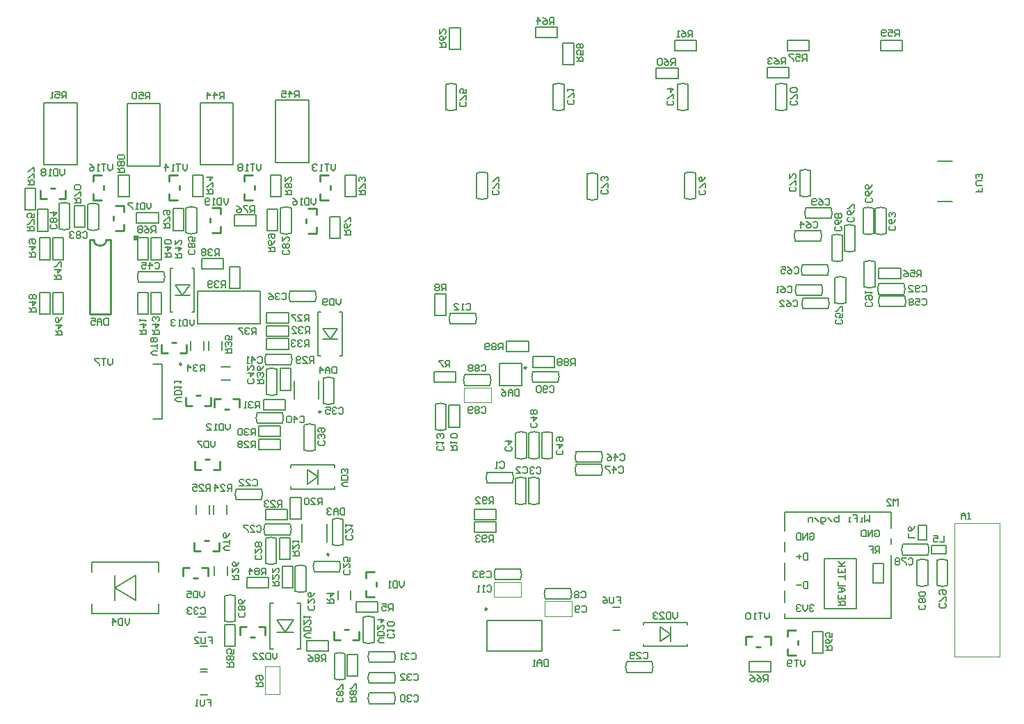
<source format=gbo>
G04*
G04 #@! TF.GenerationSoftware,Altium Limited,Altium Designer,19.1.7 (138)*
G04*
G04 Layer_Color=32896*
%FSLAX24Y24*%
%MOIN*%
G70*
G01*
G75*
%ADD10C,0.0079*%
%ADD12C,0.0098*%
%ADD13C,0.0100*%
%ADD16C,0.0070*%
%ADD17C,0.0039*%
%ADD18C,0.0050*%
%ADD214C,0.0067*%
G36*
X12852Y30350D02*
X12602D01*
Y30600D01*
X12852D01*
Y30350D01*
D02*
G37*
D10*
X50837Y15315D02*
Y15709D01*
Y15315D02*
X51545D01*
Y15512D01*
Y15709D01*
X50837D02*
X51545D01*
X50197Y15974D02*
Y16683D01*
X50394D01*
X50591D01*
Y15974D02*
Y16683D01*
X50197Y15974D02*
X50591D01*
X21870Y15896D02*
Y16762D01*
X20689Y15896D02*
Y16762D01*
X20295Y22746D02*
Y23612D01*
X21476Y22746D02*
Y23612D01*
X35561Y11644D02*
X35915D01*
X35561Y12746D02*
X35915D01*
X37057Y10886D02*
X39144D01*
X37057Y12028D02*
X39144D01*
Y10886D02*
Y10994D01*
Y11919D02*
Y12028D01*
X37057Y10886D02*
Y10994D01*
Y11919D02*
Y12028D01*
X51142Y32234D02*
X51850D01*
X51142Y34163D02*
X51850D01*
X23022Y13120D02*
Y13553D01*
X22392Y13120D02*
Y13553D01*
X19124Y10758D02*
X19311D01*
X20433D02*
X20620D01*
X19124Y12963D02*
X19311D01*
X20433D02*
X20620D01*
X19124Y10758D02*
Y12963D01*
X20620Y10758D02*
Y12963D01*
X15797Y10886D02*
X16152D01*
X15797Y9783D02*
X16152D01*
X15797Y9646D02*
X16152D01*
X15797Y8543D02*
X16152D01*
X43809Y12234D02*
X48898D01*
X43809D02*
Y12451D01*
Y12972D02*
Y13543D01*
Y14065D02*
Y14882D01*
Y15423D02*
Y15876D01*
Y16427D02*
Y17313D01*
X48898Y12234D02*
Y15256D01*
Y15797D02*
Y16043D01*
Y16565D02*
Y17313D01*
X43809D02*
X48898D01*
X47234Y12677D02*
Y15089D01*
X45709Y12677D02*
X47234D01*
X45709D02*
Y15089D01*
X47234D01*
X48553Y13927D02*
Y14843D01*
X48051D02*
X48553D01*
X48051Y13927D02*
Y14843D01*
Y13927D02*
X48553D01*
X19419Y34094D02*
X20994D01*
X19419D02*
Y37087D01*
X20994D01*
Y34094D02*
Y37087D01*
X15797Y33976D02*
X17372D01*
X15797D02*
Y36969D01*
X17372D01*
Y33976D02*
Y36969D01*
X12293Y33937D02*
X13868D01*
X12293D02*
Y36929D01*
X13868D01*
Y33937D02*
Y36929D01*
X8317Y33976D02*
X9892D01*
X8317D02*
Y36969D01*
X9892D01*
Y33976D02*
Y36969D01*
X15413Y29006D02*
X15522D01*
X14380D02*
X14488D01*
X15413Y26919D02*
X15522D01*
X14380D02*
X14488D01*
X15522D02*
Y29006D01*
X14380Y26919D02*
Y29006D01*
X15679Y27933D02*
X18671D01*
X15679Y26358D02*
Y27933D01*
Y26358D02*
X18671D01*
Y27933D01*
X16201Y25089D02*
Y25522D01*
X16831Y25089D02*
Y25522D01*
X13967Y21781D02*
Y24419D01*
X13533D02*
X13967D01*
X13533Y21781D02*
X13967D01*
X16811Y23652D02*
X17244D01*
X16811Y24281D02*
X17244D01*
X15335Y25089D02*
Y25522D01*
X15965Y25089D02*
Y25522D01*
X22490Y26919D02*
X22598D01*
X21457D02*
X21565D01*
X22490Y24833D02*
X22598D01*
X21457D02*
X21565D01*
X22598D02*
Y26919D01*
X21457Y24833D02*
Y26919D01*
X20138Y19468D02*
Y19577D01*
Y18435D02*
Y18543D01*
X22224Y19468D02*
Y19577D01*
Y18435D02*
Y18543D01*
X20138Y19577D02*
X22224D01*
X20138Y18435D02*
X22224D01*
X16240Y17215D02*
Y17648D01*
X15610Y17215D02*
Y17648D01*
X17067Y17215D02*
Y17648D01*
X16437Y17215D02*
Y17648D01*
X17116Y14282D02*
Y14715D01*
X16486Y14282D02*
Y14715D01*
X10620Y14911D02*
X13809D01*
X10620Y12470D02*
X13809D01*
X11715Y13691D02*
X12715Y14291D01*
X11715Y13691D02*
X12715Y13091D01*
X11715D02*
Y14291D01*
X12715Y13091D02*
Y14291D01*
X10620Y14468D02*
Y14911D01*
Y12470D02*
Y12913D01*
X13809Y14468D02*
Y14911D01*
Y12470D02*
Y12913D01*
X30138Y23396D02*
Y24459D01*
Y23396D02*
X31201D01*
X30138Y24459D02*
X31201D01*
Y23396D02*
Y24459D01*
X47864Y17175D02*
Y16860D01*
X47759Y16965D01*
X47654Y16860D01*
Y17175D01*
X47549Y16860D02*
X47444D01*
X47497D01*
Y17070D01*
X47549D01*
X47077Y17175D02*
X47287D01*
Y17018D01*
X47182D01*
X47287D01*
Y16860D01*
X46972D02*
X46867D01*
X46920D01*
Y17070D01*
X46972D01*
X46395Y17175D02*
Y16860D01*
X46237D01*
X46185Y16913D01*
Y16965D01*
Y17018D01*
X46237Y17070D01*
X46395D01*
X46080Y16860D02*
X45870Y17070D01*
X45660Y16755D02*
X45608D01*
X45555Y16808D01*
Y17070D01*
X45713D01*
X45765Y17018D01*
Y16913D01*
X45713Y16860D01*
X45555D01*
X45450D02*
X45240Y17070D01*
X45135Y16860D02*
Y17070D01*
X44978D01*
X44925Y17018D01*
Y16860D01*
X46378Y12844D02*
X46693D01*
Y13002D01*
X46640Y13054D01*
X46535D01*
X46483Y13002D01*
Y12844D01*
Y12949D02*
X46378Y13054D01*
X46693Y13369D02*
Y13159D01*
X46378D01*
Y13369D01*
X46535Y13159D02*
Y13264D01*
X46378Y13474D02*
X46588D01*
X46693Y13579D01*
X46588Y13684D01*
X46378D01*
X46535D01*
Y13474D01*
X46693Y13789D02*
X46378D01*
Y13999D01*
X46693Y14104D02*
Y14314D01*
Y14209D01*
X46378D01*
X46693Y14629D02*
Y14419D01*
X46378D01*
Y14629D01*
X46535Y14419D02*
Y14524D01*
X46693Y14734D02*
X46378D01*
X46483D01*
X46693Y14944D01*
X46535Y14786D01*
X46378Y14944D01*
X44997Y16266D02*
X45049Y16319D01*
X45154D01*
X45207Y16266D01*
Y16056D01*
X45154Y16004D01*
X45049D01*
X44997Y16056D01*
Y16161D01*
X45102D01*
X44892Y16004D02*
Y16319D01*
X44682Y16004D01*
Y16319D01*
X44577D02*
Y16004D01*
X44420D01*
X44367Y16056D01*
Y16266D01*
X44420Y16319D01*
X44577D01*
X44911Y15344D02*
Y15030D01*
X44754D01*
X44702Y15082D01*
Y15292D01*
X44754Y15344D01*
X44911D01*
X44597Y15187D02*
X44387D01*
X44492Y15292D02*
Y15082D01*
X44911Y13976D02*
Y13661D01*
X44754D01*
X44702Y13714D01*
Y13924D01*
X44754Y13976D01*
X44911D01*
X44597Y13819D02*
X44387D01*
X45207Y12831D02*
X45154Y12884D01*
X45049D01*
X44997Y12831D01*
Y12779D01*
X45049Y12726D01*
X45102D01*
X45049D01*
X44997Y12674D01*
Y12621D01*
X45049Y12569D01*
X45154D01*
X45207Y12621D01*
X44892Y12884D02*
Y12674D01*
X44787Y12569D01*
X44682Y12674D01*
Y12884D01*
X44577Y12831D02*
X44524Y12884D01*
X44420D01*
X44367Y12831D01*
Y12779D01*
X44420Y12726D01*
X44472D01*
X44420D01*
X44367Y12674D01*
Y12621D01*
X44420Y12569D01*
X44524D01*
X44577Y12621D01*
X48356Y15364D02*
Y15679D01*
X48199D01*
X48146Y15627D01*
Y15522D01*
X48199Y15469D01*
X48356D01*
X48251D02*
X48146Y15364D01*
X47832Y15679D02*
X48041D01*
Y15522D01*
X47936D01*
X48041D01*
Y15364D01*
X48117Y16404D02*
X48169Y16457D01*
X48274D01*
X48327Y16404D01*
Y16194D01*
X48274Y16142D01*
X48169D01*
X48117Y16194D01*
Y16299D01*
X48222D01*
X48012Y16142D02*
Y16457D01*
X47802Y16142D01*
Y16457D01*
X47697D02*
Y16142D01*
X47540D01*
X47487Y16194D01*
Y16404D01*
X47540Y16457D01*
X47697D01*
X29843Y15896D02*
Y16211D01*
X29685D01*
X29633Y16158D01*
Y16053D01*
X29685Y16001D01*
X29843D01*
X29738D02*
X29633Y15896D01*
X29528Y15948D02*
X29475Y15896D01*
X29370D01*
X29318Y15948D01*
Y16158D01*
X29370Y16211D01*
X29475D01*
X29528Y16158D01*
Y16106D01*
X29475Y16053D01*
X29318D01*
X29213Y16158D02*
X29160Y16211D01*
X29055D01*
X29003Y16158D01*
Y16106D01*
X29055Y16053D01*
X29108D01*
X29055D01*
X29003Y16001D01*
Y15948D01*
X29055Y15896D01*
X29160D01*
X29213Y15948D01*
X29852Y17726D02*
Y18041D01*
X29695D01*
X29642Y17989D01*
Y17884D01*
X29695Y17831D01*
X29852D01*
X29747D02*
X29642Y17726D01*
X29537Y17779D02*
X29485Y17726D01*
X29380D01*
X29328Y17779D01*
Y17989D01*
X29380Y18041D01*
X29485D01*
X29537Y17989D01*
Y17936D01*
X29485Y17884D01*
X29328D01*
X29013Y17726D02*
X29223D01*
X29013Y17936D01*
Y17989D01*
X29065Y18041D01*
X29170D01*
X29223Y17989D01*
X50039Y16093D02*
X49724D01*
Y16302D01*
X50039Y16617D02*
X49987Y16512D01*
X49882Y16407D01*
X49777D01*
X49724Y16460D01*
Y16565D01*
X49777Y16617D01*
X49829D01*
X49882Y16565D01*
Y16407D01*
X52274Y16988D02*
Y17198D01*
X52379Y17303D01*
X52484Y17198D01*
Y16988D01*
Y17146D01*
X52274D01*
X52588Y16988D02*
X52693D01*
X52641D01*
Y17303D01*
X52588Y17251D01*
X29515Y14445D02*
X29567Y14498D01*
X29672D01*
X29724Y14445D01*
Y14236D01*
X29672Y14183D01*
X29567D01*
X29515Y14236D01*
X29410D02*
X29357Y14183D01*
X29252D01*
X29200Y14236D01*
Y14445D01*
X29252Y14498D01*
X29357D01*
X29410Y14445D01*
Y14393D01*
X29357Y14340D01*
X29200D01*
X29095Y14445D02*
X29042Y14498D01*
X28937D01*
X28885Y14445D01*
Y14393D01*
X28937Y14340D01*
X28990D01*
X28937D01*
X28885Y14288D01*
Y14236D01*
X28937Y14183D01*
X29042D01*
X29095Y14236D01*
X50381Y28146D02*
X50433Y28199D01*
X50538D01*
X50591Y28146D01*
Y27936D01*
X50538Y27884D01*
X50433D01*
X50381Y27936D01*
X50276D02*
X50223Y27884D01*
X50118D01*
X50066Y27936D01*
Y28146D01*
X50118Y28199D01*
X50223D01*
X50276Y28146D01*
Y28094D01*
X50223Y28041D01*
X50066D01*
X49751Y27884D02*
X49961D01*
X49751Y28094D01*
Y28146D01*
X49803Y28199D01*
X49908D01*
X49961Y28146D01*
X47949Y27395D02*
X48002Y27342D01*
Y27238D01*
X47949Y27185D01*
X47739D01*
X47687Y27238D01*
Y27342D01*
X47739Y27395D01*
Y27500D02*
X47687Y27552D01*
Y27657D01*
X47739Y27710D01*
X47949D01*
X48002Y27657D01*
Y27552D01*
X47949Y27500D01*
X47897D01*
X47844Y27552D01*
Y27710D01*
X47687Y27815D02*
Y27920D01*
Y27867D01*
X48002D01*
X47949Y27815D01*
X30295Y25108D02*
Y25423D01*
X30138D01*
X30085Y25371D01*
Y25266D01*
X30138Y25213D01*
X30295D01*
X30190D02*
X30085Y25108D01*
X29980Y25371D02*
X29928Y25423D01*
X29823D01*
X29771Y25371D01*
Y25318D01*
X29823Y25266D01*
X29771Y25213D01*
Y25161D01*
X29823Y25108D01*
X29928D01*
X29980Y25161D01*
Y25213D01*
X29928Y25266D01*
X29980Y25318D01*
Y25371D01*
X29928Y25266D02*
X29823D01*
X29666Y25161D02*
X29613Y25108D01*
X29508D01*
X29456Y25161D01*
Y25371D01*
X29508Y25423D01*
X29613D01*
X29666Y25371D01*
Y25318D01*
X29613Y25266D01*
X29456D01*
X33760Y24360D02*
Y24675D01*
X33602D01*
X33550Y24623D01*
Y24518D01*
X33602Y24465D01*
X33760D01*
X33655D02*
X33550Y24360D01*
X33445Y24623D02*
X33393Y24675D01*
X33288D01*
X33235Y24623D01*
Y24570D01*
X33288Y24518D01*
X33235Y24465D01*
Y24413D01*
X33288Y24360D01*
X33393D01*
X33445Y24413D01*
Y24465D01*
X33393Y24518D01*
X33445Y24570D01*
Y24623D01*
X33393Y24518D02*
X33288D01*
X33130Y24623D02*
X33078Y24675D01*
X32973D01*
X32920Y24623D01*
Y24570D01*
X32973Y24518D01*
X32920Y24465D01*
Y24413D01*
X32973Y24360D01*
X33078D01*
X33130Y24413D01*
Y24465D01*
X33078Y24518D01*
X33130Y24570D01*
Y24623D01*
X33078Y24518D02*
X32973D01*
X31083Y23218D02*
Y22904D01*
X30925D01*
X30873Y22956D01*
Y23166D01*
X30925Y23218D01*
X31083D01*
X30768Y22904D02*
Y23113D01*
X30663Y23218D01*
X30558Y23113D01*
Y22904D01*
Y23061D01*
X30768D01*
X30243Y23218D02*
X30348Y23166D01*
X30453Y23061D01*
Y22956D01*
X30400Y22904D01*
X30296D01*
X30243Y22956D01*
Y23008D01*
X30296Y23061D01*
X30453D01*
X32546Y23323D02*
X32598Y23376D01*
X32703D01*
X32756Y23323D01*
Y23114D01*
X32703Y23061D01*
X32598D01*
X32546Y23114D01*
X32441D02*
X32389Y23061D01*
X32284D01*
X32231Y23114D01*
Y23323D01*
X32284Y23376D01*
X32389D01*
X32441Y23323D01*
Y23271D01*
X32389Y23218D01*
X32231D01*
X32126Y23323D02*
X32074Y23376D01*
X31969D01*
X31916Y23323D01*
Y23114D01*
X31969Y23061D01*
X32074D01*
X32126Y23114D01*
Y23323D01*
X29278Y22329D02*
X29331Y22382D01*
X29436D01*
X29488Y22329D01*
Y22119D01*
X29436Y22067D01*
X29331D01*
X29278Y22119D01*
X29173Y22329D02*
X29121Y22382D01*
X29016D01*
X28963Y22329D01*
Y22277D01*
X29016Y22224D01*
X28963Y22172D01*
Y22119D01*
X29016Y22067D01*
X29121D01*
X29173Y22119D01*
Y22172D01*
X29121Y22224D01*
X29173Y22277D01*
Y22329D01*
X29121Y22224D02*
X29016D01*
X28858Y22119D02*
X28806Y22067D01*
X28701D01*
X28649Y22119D01*
Y22329D01*
X28701Y22382D01*
X28806D01*
X28858Y22329D01*
Y22277D01*
X28806Y22224D01*
X28649D01*
X29278Y24337D02*
X29331Y24390D01*
X29436D01*
X29488Y24337D01*
Y24127D01*
X29436Y24075D01*
X29331D01*
X29278Y24127D01*
X29173Y24337D02*
X29121Y24390D01*
X29016D01*
X28963Y24337D01*
Y24285D01*
X29016Y24232D01*
X28963Y24180D01*
Y24127D01*
X29016Y24075D01*
X29121D01*
X29173Y24127D01*
Y24180D01*
X29121Y24232D01*
X29173Y24285D01*
Y24337D01*
X29121Y24232D02*
X29016D01*
X28858Y24337D02*
X28806Y24390D01*
X28701D01*
X28649Y24337D01*
Y24285D01*
X28701Y24232D01*
X28649Y24180D01*
Y24127D01*
X28701Y24075D01*
X28806D01*
X28858Y24127D01*
Y24180D01*
X28806Y24232D01*
X28858Y24285D01*
Y24337D01*
X28806Y24232D02*
X28701D01*
X24616Y11063D02*
X24406D01*
X24301Y11168D01*
X24406Y11273D01*
X24616D01*
Y11378D02*
X24301D01*
Y11535D01*
X24354Y11588D01*
X24564D01*
X24616Y11535D01*
Y11378D01*
X24301Y11903D02*
Y11693D01*
X24511Y11903D01*
X24564D01*
X24616Y11850D01*
Y11745D01*
X24564Y11693D01*
X24301Y12165D02*
X24616D01*
X24459Y12008D01*
Y12217D01*
X22972Y8238D02*
X23287D01*
Y8396D01*
X23235Y8448D01*
X23130D01*
X23077Y8396D01*
Y8238D01*
Y8343D02*
X22972Y8448D01*
X23235Y8553D02*
X23287Y8606D01*
Y8710D01*
X23235Y8763D01*
X23182D01*
X23130Y8710D01*
X23077Y8763D01*
X23025D01*
X22972Y8710D01*
Y8606D01*
X23025Y8553D01*
X23077D01*
X23130Y8606D01*
X23182Y8553D01*
X23235D01*
X23130Y8606D02*
Y8710D01*
X23287Y8868D02*
Y9078D01*
X23235D01*
X23025Y8868D01*
X22972D01*
X21821Y10157D02*
Y10472D01*
X21663D01*
X21611Y10420D01*
Y10315D01*
X21663Y10262D01*
X21821D01*
X21716D02*
X21611Y10157D01*
X21506Y10420D02*
X21454Y10472D01*
X21349D01*
X21296Y10420D01*
Y10367D01*
X21349Y10315D01*
X21296Y10262D01*
Y10210D01*
X21349Y10157D01*
X21454D01*
X21506Y10210D01*
Y10262D01*
X21454Y10315D01*
X21506Y10367D01*
Y10420D01*
X21454Y10315D02*
X21349D01*
X20981Y10472D02*
X21086Y10420D01*
X21191Y10315D01*
Y10210D01*
X21139Y10157D01*
X21034D01*
X20981Y10210D01*
Y10262D01*
X21034Y10315D01*
X21191D01*
X22605Y8419D02*
X22657Y8366D01*
Y8261D01*
X22605Y8209D01*
X22395D01*
X22343Y8261D01*
Y8366D01*
X22395Y8419D01*
X22605Y8524D02*
X22657Y8576D01*
Y8681D01*
X22605Y8733D01*
X22552D01*
X22500Y8681D01*
X22447Y8733D01*
X22395D01*
X22343Y8681D01*
Y8576D01*
X22395Y8524D01*
X22447D01*
X22500Y8576D01*
X22552Y8524D01*
X22605D01*
X22500Y8576D02*
Y8681D01*
X22657Y8838D02*
Y9048D01*
X22605D01*
X22395Y8838D01*
X22343D01*
X17900Y12503D02*
X17953Y12451D01*
Y12346D01*
X17900Y12293D01*
X17690D01*
X17638Y12346D01*
Y12451D01*
X17690Y12503D01*
X17900Y12608D02*
X17953Y12661D01*
Y12766D01*
X17900Y12818D01*
X17848D01*
X17795Y12766D01*
X17743Y12818D01*
X17690D01*
X17638Y12766D01*
Y12661D01*
X17690Y12608D01*
X17743D01*
X17795Y12661D01*
X17848Y12608D01*
X17900D01*
X17795Y12661D02*
Y12766D01*
X17953Y13133D02*
X17900Y13028D01*
X17795Y12923D01*
X17690D01*
X17638Y12975D01*
Y13080D01*
X17690Y13133D01*
X17743D01*
X17795Y13080D01*
Y12923D01*
X18720Y34006D02*
Y33796D01*
X18616Y33691D01*
X18511Y33796D01*
Y34006D01*
X18406D02*
X18196D01*
X18301D01*
Y33691D01*
X18091D02*
X17986D01*
X18038D01*
Y34006D01*
X18091Y33953D01*
X17828D02*
X17776Y34006D01*
X17671D01*
X17618Y33953D01*
Y33901D01*
X17671Y33848D01*
X17618Y33796D01*
Y33743D01*
X17671Y33691D01*
X17776D01*
X17828Y33743D01*
Y33796D01*
X17776Y33848D01*
X17828Y33901D01*
Y33953D01*
X17776Y33848D02*
X17671D01*
X11594Y34006D02*
Y33796D01*
X11490Y33691D01*
X11385Y33796D01*
Y34006D01*
X11280D02*
X11070D01*
X11175D01*
Y33691D01*
X10965D02*
X10860D01*
X10912D01*
Y34006D01*
X10965Y33953D01*
X10492Y34006D02*
X10597Y33953D01*
X10702Y33848D01*
Y33743D01*
X10650Y33691D01*
X10545D01*
X10492Y33743D01*
Y33796D01*
X10545Y33848D01*
X10702D01*
X15177Y34006D02*
Y33796D01*
X15072Y33691D01*
X14967Y33796D01*
Y34006D01*
X14862D02*
X14652D01*
X14757D01*
Y33691D01*
X14547D02*
X14442D01*
X14495D01*
Y34006D01*
X14547Y33953D01*
X14128Y33691D02*
Y34006D01*
X14285Y33848D01*
X14075D01*
X22283Y34006D02*
Y33796D01*
X22179Y33691D01*
X22074Y33796D01*
Y34006D01*
X21969D02*
X21759D01*
X21864D01*
Y33691D01*
X21654D02*
X21549D01*
X21601D01*
Y34006D01*
X21654Y33953D01*
X21391D02*
X21339Y34006D01*
X21234D01*
X21181Y33953D01*
Y33901D01*
X21234Y33848D01*
X21286D01*
X21234D01*
X21181Y33796D01*
Y33743D01*
X21234Y33691D01*
X21339D01*
X21391Y33743D01*
X43058Y12489D02*
Y12279D01*
X42953Y12174D01*
X42848Y12279D01*
Y12489D01*
X42743D02*
X42533D01*
X42638D01*
Y12174D01*
X42428D02*
X42324D01*
X42376D01*
Y12489D01*
X42428Y12437D01*
X42166D02*
X42114Y12489D01*
X42009D01*
X41956Y12437D01*
Y12227D01*
X42009Y12174D01*
X42114D01*
X42166Y12227D01*
Y12437D01*
X44783Y10226D02*
Y10016D01*
X44679Y9911D01*
X44574Y10016D01*
Y10226D01*
X44469D02*
X44259D01*
X44364D01*
Y9911D01*
X44154Y9964D02*
X44101Y9911D01*
X43996D01*
X43944Y9964D01*
Y10174D01*
X43996Y10226D01*
X44101D01*
X44154Y10174D01*
Y10121D01*
X44101Y10069D01*
X43944D01*
X13740Y24852D02*
X13530D01*
X13425Y24957D01*
X13530Y25062D01*
X13740D01*
Y25167D02*
Y25377D01*
Y25272D01*
X13425D01*
X13688Y25482D02*
X13740Y25535D01*
Y25640D01*
X13688Y25692D01*
X13635D01*
X13583Y25640D01*
X13530Y25692D01*
X13478D01*
X13425Y25640D01*
Y25535D01*
X13478Y25482D01*
X13530D01*
X13583Y25535D01*
X13635Y25482D01*
X13688D01*
X13583Y25535D02*
Y25640D01*
X11594Y24675D02*
Y24465D01*
X11490Y24360D01*
X11385Y24465D01*
Y24675D01*
X11280D02*
X11070D01*
X11175D01*
Y24360D01*
X10965Y24675D02*
X10755D01*
Y24623D01*
X10965Y24413D01*
Y24360D01*
X17214Y15472D02*
X17005D01*
X16900Y15577D01*
X17005Y15682D01*
X17214D01*
Y15787D02*
Y15997D01*
Y15892D01*
X16900D01*
X17214Y16312D02*
X17162Y16207D01*
X17057Y16102D01*
X16952D01*
X16900Y16155D01*
Y16260D01*
X16952Y16312D01*
X17005D01*
X17057Y16260D01*
Y16102D01*
X38661Y12510D02*
Y12300D01*
X38556Y12195D01*
X38452Y12300D01*
Y12510D01*
X38347D02*
Y12195D01*
X38189D01*
X38137Y12247D01*
Y12457D01*
X38189Y12510D01*
X38347D01*
X37822Y12195D02*
X38032D01*
X37822Y12405D01*
Y12457D01*
X37874Y12510D01*
X37979D01*
X38032Y12457D01*
X37717D02*
X37664Y12510D01*
X37559D01*
X37507Y12457D01*
Y12405D01*
X37559Y12352D01*
X37612D01*
X37559D01*
X37507Y12300D01*
Y12247D01*
X37559Y12195D01*
X37664D01*
X37717Y12247D01*
X19478Y10571D02*
Y10361D01*
X19373Y10256D01*
X19268Y10361D01*
Y10571D01*
X19163D02*
Y10256D01*
X19006D01*
X18954Y10308D01*
Y10518D01*
X19006Y10571D01*
X19163D01*
X18639Y10256D02*
X18849D01*
X18639Y10466D01*
Y10518D01*
X18691Y10571D01*
X18796D01*
X18849Y10518D01*
X18324Y10256D02*
X18534D01*
X18324Y10466D01*
Y10518D01*
X18376Y10571D01*
X18481D01*
X18534Y10518D01*
X21102Y11299D02*
X20892D01*
X20787Y11404D01*
X20892Y11509D01*
X21102D01*
Y11614D02*
X20787D01*
Y11772D01*
X20840Y11824D01*
X21050D01*
X21102Y11772D01*
Y11614D01*
X20787Y12139D02*
Y11929D01*
X20997Y12139D01*
X21050D01*
X21102Y12086D01*
Y11981D01*
X21050Y11929D01*
X20787Y12244D02*
Y12349D01*
Y12296D01*
X21102D01*
X21050Y12244D01*
X17136Y32382D02*
Y32172D01*
X17031Y32067D01*
X16926Y32172D01*
Y32382D01*
X16821D02*
Y32067D01*
X16664D01*
X16611Y32119D01*
Y32329D01*
X16664Y32382D01*
X16821D01*
X16506Y32067D02*
X16401D01*
X16454D01*
Y32382D01*
X16506Y32329D01*
X16244Y32119D02*
X16191Y32067D01*
X16086D01*
X16034Y32119D01*
Y32329D01*
X16086Y32382D01*
X16191D01*
X16244Y32329D01*
Y32277D01*
X16191Y32224D01*
X16034D01*
X9291Y33779D02*
Y33570D01*
X9186Y33465D01*
X9081Y33570D01*
Y33779D01*
X8976D02*
Y33465D01*
X8819D01*
X8767Y33517D01*
Y33727D01*
X8819Y33779D01*
X8976D01*
X8662Y33465D02*
X8557D01*
X8609D01*
Y33779D01*
X8662Y33727D01*
X8399D02*
X8347Y33779D01*
X8242D01*
X8189Y33727D01*
Y33674D01*
X8242Y33622D01*
X8189Y33570D01*
Y33517D01*
X8242Y33465D01*
X8347D01*
X8399Y33517D01*
Y33570D01*
X8347Y33622D01*
X8399Y33674D01*
Y33727D01*
X8347Y33622D02*
X8242D01*
X13455Y32155D02*
Y31946D01*
X13350Y31841D01*
X13245Y31946D01*
Y32155D01*
X13140D02*
Y31841D01*
X12982D01*
X12930Y31893D01*
Y32103D01*
X12982Y32155D01*
X13140D01*
X12825Y31841D02*
X12720D01*
X12773D01*
Y32155D01*
X12825Y32103D01*
X12563Y32155D02*
X12353D01*
Y32103D01*
X12563Y31893D01*
Y31841D01*
X21329Y32372D02*
Y32162D01*
X21224Y32057D01*
X21119Y32162D01*
Y32372D01*
X21014D02*
Y32057D01*
X20856D01*
X20804Y32110D01*
Y32319D01*
X20856Y32372D01*
X21014D01*
X20699Y32057D02*
X20594D01*
X20647D01*
Y32372D01*
X20699Y32319D01*
X20227Y32372D02*
X20332Y32319D01*
X20437Y32215D01*
Y32110D01*
X20384Y32057D01*
X20279D01*
X20227Y32110D01*
Y32162D01*
X20279Y32215D01*
X20437D01*
X15502Y26565D02*
Y26355D01*
X15397Y26250D01*
X15292Y26355D01*
Y26565D01*
X15187D02*
Y26250D01*
X15030D01*
X14977Y26302D01*
Y26512D01*
X15030Y26565D01*
X15187D01*
X14872Y26250D02*
X14767D01*
X14820D01*
Y26565D01*
X14872Y26512D01*
X14610D02*
X14557Y26565D01*
X14452D01*
X14400Y26512D01*
Y26460D01*
X14452Y26407D01*
X14505D01*
X14452D01*
X14400Y26355D01*
Y26302D01*
X14452Y26250D01*
X14557D01*
X14610Y26302D01*
X17224Y21565D02*
Y21355D01*
X17119Y21250D01*
X17014Y21355D01*
Y21565D01*
X16910D02*
Y21250D01*
X16752D01*
X16700Y21302D01*
Y21512D01*
X16752Y21565D01*
X16910D01*
X16595Y21250D02*
X16490D01*
X16542D01*
Y21565D01*
X16595Y21512D01*
X16122Y21250D02*
X16332D01*
X16122Y21460D01*
Y21512D01*
X16175Y21565D01*
X16280D01*
X16332Y21512D01*
X14901Y22628D02*
X14692D01*
X14587Y22733D01*
X14692Y22838D01*
X14901D01*
Y22943D02*
X14587D01*
Y23100D01*
X14639Y23153D01*
X14849D01*
X14901Y23100D01*
Y22943D01*
X14587Y23258D02*
Y23363D01*
Y23310D01*
X14901D01*
X14849Y23258D01*
X14587Y23520D02*
Y23625D01*
Y23573D01*
X14901D01*
X14849Y23520D01*
X22530Y27559D02*
Y27349D01*
X22425Y27244D01*
X22320Y27349D01*
Y27559D01*
X22215D02*
Y27244D01*
X22057D01*
X22005Y27297D01*
Y27506D01*
X22057Y27559D01*
X22215D01*
X21900Y27297D02*
X21847Y27244D01*
X21742D01*
X21690Y27297D01*
Y27506D01*
X21742Y27559D01*
X21847D01*
X21900Y27506D01*
Y27454D01*
X21847Y27402D01*
X21690D01*
X16506Y20738D02*
Y20528D01*
X16401Y20423D01*
X16296Y20528D01*
Y20738D01*
X16191D02*
Y20423D01*
X16034D01*
X15981Y20476D01*
Y20686D01*
X16034Y20738D01*
X16191D01*
X15876D02*
X15666D01*
Y20686D01*
X15876Y20476D01*
Y20423D01*
X15999Y13533D02*
Y13323D01*
X15894Y13218D01*
X15789Y13323D01*
Y13533D01*
X15684D02*
Y13218D01*
X15527D01*
X15474Y13271D01*
Y13481D01*
X15527Y13533D01*
X15684D01*
X15160D02*
X15369D01*
Y13376D01*
X15265Y13428D01*
X15212D01*
X15160Y13376D01*
Y13271D01*
X15212Y13218D01*
X15317D01*
X15369Y13271D01*
X12402Y12214D02*
Y12005D01*
X12297Y11900D01*
X12192Y12005D01*
Y12214D01*
X12087D02*
Y11900D01*
X11929D01*
X11877Y11952D01*
Y12162D01*
X11929Y12214D01*
X12087D01*
X11614Y11900D02*
Y12214D01*
X11772Y12057D01*
X11562D01*
X22884Y18553D02*
X22674D01*
X22569Y18658D01*
X22674Y18763D01*
X22884D01*
Y18868D02*
X22569D01*
Y19025D01*
X22621Y19078D01*
X22831D01*
X22884Y19025D01*
Y18868D01*
X22831Y19183D02*
X22884Y19235D01*
Y19340D01*
X22831Y19393D01*
X22779D01*
X22726Y19340D01*
Y19288D01*
Y19340D01*
X22674Y19393D01*
X22621D01*
X22569Y19340D01*
Y19235D01*
X22621Y19183D01*
X25561Y14016D02*
Y13806D01*
X25456Y13701D01*
X25351Y13806D01*
Y14016D01*
X25246D02*
Y13701D01*
X25089D01*
X25036Y13753D01*
Y13963D01*
X25089Y14016D01*
X25246D01*
X24931Y13701D02*
X24826D01*
X24879D01*
Y14016D01*
X24931Y13963D01*
X17087Y9902D02*
X17401D01*
Y10059D01*
X17349Y10111D01*
X17244D01*
X17192Y10059D01*
Y9902D01*
Y10007D02*
X17087Y10111D01*
X17349Y10216D02*
X17401Y10269D01*
Y10374D01*
X17349Y10426D01*
X17297D01*
X17244Y10374D01*
X17192Y10426D01*
X17139D01*
X17087Y10374D01*
Y10269D01*
X17139Y10216D01*
X17192D01*
X17244Y10269D01*
X17297Y10216D01*
X17349D01*
X17244Y10269D02*
Y10374D01*
X17401Y10741D02*
Y10531D01*
X17244D01*
X17297Y10636D01*
Y10689D01*
X17244Y10741D01*
X17139D01*
X17087Y10689D01*
Y10584D01*
X17139Y10531D01*
X18947Y14321D02*
Y14636D01*
X18789D01*
X18737Y14583D01*
Y14478D01*
X18789Y14426D01*
X18947D01*
X18842D02*
X18737Y14321D01*
X18632Y14583D02*
X18580Y14636D01*
X18475D01*
X18422Y14583D01*
Y14531D01*
X18475Y14478D01*
X18422Y14426D01*
Y14373D01*
X18475Y14321D01*
X18580D01*
X18632Y14373D01*
Y14426D01*
X18580Y14478D01*
X18632Y14531D01*
Y14583D01*
X18580Y14478D02*
X18475D01*
X18160Y14321D02*
Y14636D01*
X18317Y14478D01*
X18107D01*
X19872Y32559D02*
X20187D01*
Y32716D01*
X20134Y32769D01*
X20029D01*
X19977Y32716D01*
Y32559D01*
Y32664D02*
X19872Y32769D01*
X20134Y32874D02*
X20187Y32926D01*
Y33031D01*
X20134Y33084D01*
X20082D01*
X20029Y33031D01*
X19977Y33084D01*
X19925D01*
X19872Y33031D01*
Y32926D01*
X19925Y32874D01*
X19977D01*
X20029Y32926D01*
X20082Y32874D01*
X20134D01*
X20029Y32926D02*
Y33031D01*
X19872Y33399D02*
Y33189D01*
X20082Y33399D01*
X20134D01*
X20187Y33346D01*
Y33241D01*
X20134Y33189D01*
X11850Y33622D02*
X12165D01*
Y33779D01*
X12113Y33832D01*
X12008D01*
X11955Y33779D01*
Y33622D01*
Y33727D02*
X11850Y33832D01*
X12113Y33937D02*
X12165Y33989D01*
Y34094D01*
X12113Y34147D01*
X12060D01*
X12008Y34094D01*
X11955Y34147D01*
X11903D01*
X11850Y34094D01*
Y33989D01*
X11903Y33937D01*
X11955D01*
X12008Y33989D01*
X12060Y33937D01*
X12113D01*
X12008Y33989D02*
Y34094D01*
X12113Y34252D02*
X12165Y34304D01*
Y34409D01*
X12113Y34462D01*
X11903D01*
X11850Y34409D01*
Y34304D01*
X11903Y34252D01*
X12113D01*
X14035Y30965D02*
X14350D01*
Y31122D01*
X14298Y31174D01*
X14193D01*
X14140Y31122D01*
Y30965D01*
Y31070D02*
X14035Y31174D01*
X14350Y31279D02*
Y31489D01*
X14298D01*
X14088Y31279D01*
X14035D01*
X14088Y31594D02*
X14035Y31647D01*
Y31752D01*
X14088Y31804D01*
X14298D01*
X14350Y31752D01*
Y31647D01*
X14298Y31594D01*
X14245D01*
X14193Y31647D01*
Y31804D01*
X7530Y33031D02*
X7844D01*
Y33189D01*
X7792Y33241D01*
X7687D01*
X7634Y33189D01*
Y33031D01*
Y33136D02*
X7530Y33241D01*
X7844Y33346D02*
Y33556D01*
X7792D01*
X7582Y33346D01*
X7530D01*
X7844Y33661D02*
Y33871D01*
X7792D01*
X7582Y33661D01*
X7530D01*
X18396Y31693D02*
Y32008D01*
X18238D01*
X18186Y31955D01*
Y31850D01*
X18238Y31798D01*
X18396D01*
X18291D02*
X18186Y31693D01*
X18081Y32008D02*
X17871D01*
Y31955D01*
X18081Y31745D01*
Y31693D01*
X17556Y32008D02*
X17661Y31955D01*
X17766Y31850D01*
Y31745D01*
X17713Y31693D01*
X17609D01*
X17556Y31745D01*
Y31798D01*
X17609Y31850D01*
X17766D01*
X7520Y30817D02*
X7835D01*
Y30974D01*
X7782Y31027D01*
X7677D01*
X7625Y30974D01*
Y30817D01*
Y30922D02*
X7520Y31027D01*
X7835Y31132D02*
Y31342D01*
X7782D01*
X7572Y31132D01*
X7520D01*
X7835Y31657D02*
Y31447D01*
X7677D01*
X7730Y31552D01*
Y31604D01*
X7677Y31657D01*
X7572D01*
X7520Y31604D01*
Y31499D01*
X7572Y31447D01*
X16102Y32598D02*
X16417D01*
Y32756D01*
X16365Y32808D01*
X16260D01*
X16207Y32756D01*
Y32598D01*
Y32703D02*
X16102Y32808D01*
X16417Y32913D02*
Y33123D01*
X16365D01*
X16155Y32913D01*
X16102D01*
Y33386D02*
X16417D01*
X16260Y33228D01*
Y33438D01*
X23396Y32549D02*
X23711D01*
Y32707D01*
X23658Y32759D01*
X23553D01*
X23501Y32707D01*
Y32549D01*
Y32654D02*
X23396Y32759D01*
X23711Y32864D02*
Y33074D01*
X23658D01*
X23448Y32864D01*
X23396D01*
X23658Y33179D02*
X23711Y33231D01*
Y33336D01*
X23658Y33389D01*
X23606D01*
X23553Y33336D01*
Y33284D01*
Y33336D01*
X23501Y33389D01*
X23448D01*
X23396Y33336D01*
Y33231D01*
X23448Y33179D01*
X9764Y32165D02*
X10079D01*
Y32323D01*
X10026Y32375D01*
X9921D01*
X9869Y32323D01*
Y32165D01*
Y32270D02*
X9764Y32375D01*
X10079Y32480D02*
Y32690D01*
X10026D01*
X9816Y32480D01*
X9764D01*
X10026Y32795D02*
X10079Y32848D01*
Y32952D01*
X10026Y33005D01*
X9816D01*
X9764Y32952D01*
Y32848D01*
X9816Y32795D01*
X10026D01*
X19065Y29823D02*
X19380D01*
Y29980D01*
X19327Y30033D01*
X19222D01*
X19170Y29980D01*
Y29823D01*
Y29928D02*
X19065Y30033D01*
X19380Y30348D02*
X19327Y30243D01*
X19222Y30138D01*
X19117D01*
X19065Y30190D01*
Y30295D01*
X19117Y30348D01*
X19170D01*
X19222Y30295D01*
Y30138D01*
X19117Y30453D02*
X19065Y30505D01*
Y30610D01*
X19117Y30662D01*
X19327D01*
X19380Y30610D01*
Y30505D01*
X19327Y30453D01*
X19275D01*
X19222Y30505D01*
Y30662D01*
X13661Y30728D02*
Y31043D01*
X13504D01*
X13452Y30991D01*
Y30886D01*
X13504Y30833D01*
X13661D01*
X13556D02*
X13452Y30728D01*
X13137Y31043D02*
X13242Y30991D01*
X13347Y30886D01*
Y30781D01*
X13294Y30728D01*
X13189D01*
X13137Y30781D01*
Y30833D01*
X13189Y30886D01*
X13347D01*
X13032Y30991D02*
X12979Y31043D01*
X12874D01*
X12822Y30991D01*
Y30938D01*
X12874Y30886D01*
X12822Y30833D01*
Y30781D01*
X12874Y30728D01*
X12979D01*
X13032Y30781D01*
Y30833D01*
X12979Y30886D01*
X13032Y30938D01*
Y30991D01*
X12979Y30886D02*
X12874D01*
X22697Y30630D02*
X23012D01*
Y30787D01*
X22959Y30840D01*
X22854D01*
X22802Y30787D01*
Y30630D01*
Y30735D02*
X22697Y30840D01*
X23012Y31155D02*
X22959Y31050D01*
X22854Y30945D01*
X22749D01*
X22697Y30997D01*
Y31102D01*
X22749Y31155D01*
X22802D01*
X22854Y31102D01*
Y30945D01*
X23012Y31260D02*
Y31470D01*
X22959D01*
X22749Y31260D01*
X22697D01*
X42997Y9195D02*
Y9509D01*
X42839D01*
X42787Y9457D01*
Y9352D01*
X42839Y9300D01*
X42997D01*
X42892D02*
X42787Y9195D01*
X42472Y9509D02*
X42577Y9457D01*
X42682Y9352D01*
Y9247D01*
X42630Y9195D01*
X42525D01*
X42472Y9247D01*
Y9300D01*
X42525Y9352D01*
X42682D01*
X42157Y9509D02*
X42262Y9457D01*
X42367Y9352D01*
Y9247D01*
X42315Y9195D01*
X42210D01*
X42157Y9247D01*
Y9300D01*
X42210Y9352D01*
X42367D01*
X45768Y10699D02*
X46083D01*
Y10856D01*
X46030Y10909D01*
X45925D01*
X45873Y10856D01*
Y10699D01*
Y10804D02*
X45768Y10909D01*
X46083Y11224D02*
X46030Y11119D01*
X45925Y11014D01*
X45820D01*
X45768Y11066D01*
Y11171D01*
X45820Y11224D01*
X45873D01*
X45925Y11171D01*
Y11014D01*
X46083Y11538D02*
Y11329D01*
X45925D01*
X45978Y11433D01*
Y11486D01*
X45925Y11538D01*
X45820D01*
X45768Y11486D01*
Y11381D01*
X45820Y11329D01*
X32746Y40728D02*
Y41043D01*
X32589D01*
X32536Y40991D01*
Y40886D01*
X32589Y40833D01*
X32746D01*
X32641D02*
X32536Y40728D01*
X32221Y41043D02*
X32326Y40991D01*
X32431Y40886D01*
Y40781D01*
X32379Y40728D01*
X32274D01*
X32221Y40781D01*
Y40833D01*
X32274Y40886D01*
X32431D01*
X31959Y40728D02*
Y41043D01*
X32116Y40886D01*
X31906D01*
X43839Y38809D02*
Y39124D01*
X43681D01*
X43629Y39071D01*
Y38966D01*
X43681Y38914D01*
X43839D01*
X43734D02*
X43629Y38809D01*
X43314Y39124D02*
X43419Y39071D01*
X43524Y38966D01*
Y38862D01*
X43471Y38809D01*
X43366D01*
X43314Y38862D01*
Y38914D01*
X43366Y38966D01*
X43524D01*
X43209Y39071D02*
X43156Y39124D01*
X43051D01*
X42999Y39071D01*
Y39019D01*
X43051Y38966D01*
X43104D01*
X43051D01*
X42999Y38914D01*
Y38862D01*
X43051Y38809D01*
X43156D01*
X43209Y38862D01*
X27274Y39636D02*
X27588D01*
Y39793D01*
X27536Y39846D01*
X27431D01*
X27379Y39793D01*
Y39636D01*
Y39741D02*
X27274Y39846D01*
X27588Y40161D02*
X27536Y40056D01*
X27431Y39951D01*
X27326D01*
X27274Y40003D01*
Y40108D01*
X27326Y40161D01*
X27379D01*
X27431Y40108D01*
Y39951D01*
X27274Y40475D02*
Y40266D01*
X27484Y40475D01*
X27536D01*
X27588Y40423D01*
Y40318D01*
X27536Y40266D01*
X39390Y40118D02*
Y40433D01*
X39232D01*
X39180Y40380D01*
Y40276D01*
X39232Y40223D01*
X39390D01*
X39285D02*
X39180Y40118D01*
X38865Y40433D02*
X38970Y40380D01*
X39075Y40276D01*
Y40171D01*
X39022Y40118D01*
X38917D01*
X38865Y40171D01*
Y40223D01*
X38917Y40276D01*
X39075D01*
X38760Y40118D02*
X38655D01*
X38708D01*
Y40433D01*
X38760Y40380D01*
X38563Y38770D02*
Y39085D01*
X38406D01*
X38353Y39032D01*
Y38927D01*
X38406Y38875D01*
X38563D01*
X38458D02*
X38353Y38770D01*
X38038Y39085D02*
X38143Y39032D01*
X38248Y38927D01*
Y38822D01*
X38196Y38770D01*
X38091D01*
X38038Y38822D01*
Y38875D01*
X38091Y38927D01*
X38248D01*
X37933Y39032D02*
X37881Y39085D01*
X37776D01*
X37723Y39032D01*
Y38822D01*
X37776Y38770D01*
X37881D01*
X37933Y38822D01*
Y39032D01*
X49291Y40148D02*
Y40462D01*
X49134D01*
X49081Y40410D01*
Y40305D01*
X49134Y40253D01*
X49291D01*
X49186D02*
X49081Y40148D01*
X48767Y40462D02*
X48976D01*
Y40305D01*
X48872Y40358D01*
X48819D01*
X48767Y40305D01*
Y40200D01*
X48819Y40148D01*
X48924D01*
X48976Y40200D01*
X48662D02*
X48609Y40148D01*
X48504D01*
X48452Y40200D01*
Y40410D01*
X48504Y40462D01*
X48609D01*
X48662Y40410D01*
Y40358D01*
X48609Y40305D01*
X48452D01*
X33839Y38947D02*
X34153D01*
Y39104D01*
X34101Y39157D01*
X33996D01*
X33944Y39104D01*
Y38947D01*
Y39052D02*
X33839Y39157D01*
X34153Y39472D02*
Y39262D01*
X33996D01*
X34048Y39367D01*
Y39419D01*
X33996Y39472D01*
X33891D01*
X33839Y39419D01*
Y39314D01*
X33891Y39262D01*
X34101Y39577D02*
X34153Y39629D01*
Y39734D01*
X34101Y39786D01*
X34048D01*
X33996Y39734D01*
X33944Y39786D01*
X33891D01*
X33839Y39734D01*
Y39629D01*
X33891Y39577D01*
X33944D01*
X33996Y39629D01*
X34048Y39577D01*
X34101D01*
X33996Y39629D02*
Y39734D01*
X44862Y38967D02*
Y39281D01*
X44705D01*
X44652Y39229D01*
Y39124D01*
X44705Y39071D01*
X44862D01*
X44757D02*
X44652Y38967D01*
X44337Y39281D02*
X44547D01*
Y39124D01*
X44442Y39176D01*
X44390D01*
X44337Y39124D01*
Y39019D01*
X44390Y38967D01*
X44495D01*
X44547Y39019D01*
X44232Y39281D02*
X44023D01*
Y39229D01*
X44232Y39019D01*
Y38967D01*
X50354Y28612D02*
Y28927D01*
X50197D01*
X50144Y28875D01*
Y28770D01*
X50197Y28717D01*
X50354D01*
X50249D02*
X50144Y28612D01*
X49830Y28927D02*
X50039D01*
Y28770D01*
X49935Y28822D01*
X49882D01*
X49830Y28770D01*
Y28665D01*
X49882Y28612D01*
X49987D01*
X50039Y28665D01*
X49515Y28927D02*
X49620Y28875D01*
X49725Y28770D01*
Y28665D01*
X49672Y28612D01*
X49567D01*
X49515Y28665D01*
Y28717D01*
X49567Y28770D01*
X49725D01*
X9380Y37175D02*
Y37490D01*
X9222D01*
X9170Y37438D01*
Y37333D01*
X9222Y37280D01*
X9380D01*
X9275D02*
X9170Y37175D01*
X8855Y37490D02*
X9065D01*
Y37333D01*
X8960Y37385D01*
X8908D01*
X8855Y37333D01*
Y37228D01*
X8908Y37175D01*
X9013D01*
X9065Y37228D01*
X8750Y37175D02*
X8645D01*
X8698D01*
Y37490D01*
X8750Y37438D01*
X13386Y37146D02*
Y37461D01*
X13228D01*
X13176Y37408D01*
Y37303D01*
X13228Y37251D01*
X13386D01*
X13281D02*
X13176Y37146D01*
X12861Y37461D02*
X13071D01*
Y37303D01*
X12966Y37356D01*
X12914D01*
X12861Y37303D01*
Y37198D01*
X12914Y37146D01*
X13018D01*
X13071Y37198D01*
X12756Y37408D02*
X12704Y37461D01*
X12599D01*
X12546Y37408D01*
Y37198D01*
X12599Y37146D01*
X12704D01*
X12756Y37198D01*
Y37408D01*
X7598Y29567D02*
X7913D01*
Y29724D01*
X7861Y29777D01*
X7756D01*
X7703Y29724D01*
Y29567D01*
Y29672D02*
X7598Y29777D01*
Y30039D02*
X7913D01*
X7756Y29882D01*
Y30092D01*
X7651Y30197D02*
X7598Y30249D01*
Y30354D01*
X7651Y30407D01*
X7861D01*
X7913Y30354D01*
Y30249D01*
X7861Y30197D01*
X7808D01*
X7756Y30249D01*
Y30407D01*
X7618Y26919D02*
X7933D01*
Y27077D01*
X7880Y27129D01*
X7776D01*
X7723Y27077D01*
Y26919D01*
Y27024D02*
X7618Y27129D01*
Y27392D02*
X7933D01*
X7776Y27234D01*
Y27444D01*
X7880Y27549D02*
X7933Y27601D01*
Y27706D01*
X7880Y27759D01*
X7828D01*
X7776Y27706D01*
X7723Y27759D01*
X7671D01*
X7618Y27706D01*
Y27601D01*
X7671Y27549D01*
X7723D01*
X7776Y27601D01*
X7828Y27549D01*
X7880D01*
X7776Y27601D02*
Y27706D01*
X8809Y28474D02*
X9124D01*
Y28632D01*
X9071Y28684D01*
X8966D01*
X8914Y28632D01*
Y28474D01*
Y28579D02*
X8809Y28684D01*
Y28947D02*
X9124D01*
X8966Y28789D01*
Y28999D01*
X9124Y29104D02*
Y29314D01*
X9071D01*
X8862Y29104D01*
X8809D01*
X8858Y25807D02*
X9173D01*
Y25965D01*
X9121Y26017D01*
X9016D01*
X8963Y25965D01*
Y25807D01*
Y25912D02*
X8858Y26017D01*
Y26279D02*
X9173D01*
X9016Y26122D01*
Y26332D01*
X9173Y26647D02*
X9121Y26542D01*
X9016Y26437D01*
X8911D01*
X8858Y26489D01*
Y26594D01*
X8911Y26647D01*
X8963D01*
X9016Y26594D01*
Y26437D01*
X20531Y37215D02*
Y37529D01*
X20374D01*
X20322Y37477D01*
Y37372D01*
X20374Y37320D01*
X20531D01*
X20427D02*
X20322Y37215D01*
X20059D02*
Y37529D01*
X20217Y37372D01*
X20007D01*
X19692Y37529D02*
X19902D01*
Y37372D01*
X19797Y37424D01*
X19744D01*
X19692Y37372D01*
Y37267D01*
X19744Y37215D01*
X19849D01*
X19902Y37267D01*
X16939Y37156D02*
Y37470D01*
X16782D01*
X16729Y37418D01*
Y37313D01*
X16782Y37260D01*
X16939D01*
X16834D02*
X16729Y37156D01*
X16467D02*
Y37470D01*
X16624Y37313D01*
X16414D01*
X16152Y37156D02*
Y37470D01*
X16309Y37313D01*
X16099D01*
X13514Y25856D02*
X13829D01*
Y26014D01*
X13776Y26066D01*
X13671D01*
X13619Y26014D01*
Y25856D01*
Y25961D02*
X13514Y26066D01*
Y26329D02*
X13829D01*
X13671Y26171D01*
Y26381D01*
X13776Y26486D02*
X13829Y26538D01*
Y26643D01*
X13776Y26696D01*
X13724D01*
X13671Y26643D01*
Y26591D01*
Y26643D01*
X13619Y26696D01*
X13566D01*
X13514Y26643D01*
Y26538D01*
X13566Y26486D01*
X14606Y29528D02*
X14921D01*
Y29685D01*
X14869Y29737D01*
X14764D01*
X14711Y29685D01*
Y29528D01*
Y29633D02*
X14606Y29737D01*
Y30000D02*
X14921D01*
X14764Y29842D01*
Y30052D01*
X14606Y30367D02*
Y30157D01*
X14816Y30367D01*
X14869D01*
X14921Y30315D01*
Y30210D01*
X14869Y30157D01*
X12904Y25856D02*
X13218D01*
Y26014D01*
X13166Y26066D01*
X13061D01*
X13009Y26014D01*
Y25856D01*
Y25961D02*
X12904Y26066D01*
Y26329D02*
X13218D01*
X13061Y26171D01*
Y26381D01*
X12904Y26486D02*
Y26591D01*
Y26538D01*
X13218D01*
X13166Y26486D01*
X14094Y29547D02*
X14409D01*
Y29705D01*
X14357Y29757D01*
X14252D01*
X14199Y29705D01*
Y29547D01*
Y29652D02*
X14094Y29757D01*
Y30020D02*
X14409D01*
X14252Y29862D01*
Y30072D01*
X14357Y30177D02*
X14409Y30229D01*
Y30334D01*
X14357Y30387D01*
X14147D01*
X14094Y30334D01*
Y30229D01*
X14147Y30177D01*
X14357D01*
X17008Y28100D02*
Y28415D01*
X16850D01*
X16798Y28363D01*
Y28258D01*
X16850Y28205D01*
X17008D01*
X16903D02*
X16798Y28100D01*
X16693Y28363D02*
X16641Y28415D01*
X16536D01*
X16483Y28363D01*
Y28310D01*
X16536Y28258D01*
X16588D01*
X16536D01*
X16483Y28205D01*
Y28153D01*
X16536Y28100D01*
X16641D01*
X16693Y28153D01*
X16378D02*
X16326Y28100D01*
X16221D01*
X16168Y28153D01*
Y28363D01*
X16221Y28415D01*
X16326D01*
X16378Y28363D01*
Y28310D01*
X16326Y28258D01*
X16168D01*
X16703Y29626D02*
Y29941D01*
X16545D01*
X16493Y29888D01*
Y29783D01*
X16545Y29731D01*
X16703D01*
X16598D02*
X16493Y29626D01*
X16388Y29888D02*
X16335Y29941D01*
X16230D01*
X16178Y29888D01*
Y29836D01*
X16230Y29783D01*
X16283D01*
X16230D01*
X16178Y29731D01*
Y29678D01*
X16230Y29626D01*
X16335D01*
X16388Y29678D01*
X16073Y29888D02*
X16021Y29941D01*
X15916D01*
X15863Y29888D01*
Y29836D01*
X15916Y29783D01*
X15863Y29731D01*
Y29678D01*
X15916Y29626D01*
X16021D01*
X16073Y29678D01*
Y29731D01*
X16021Y29783D01*
X16073Y29836D01*
Y29888D01*
X16021Y29783D02*
X15916D01*
X18474Y25856D02*
Y26171D01*
X18317D01*
X18264Y26119D01*
Y26014D01*
X18317Y25961D01*
X18474D01*
X18369D02*
X18264Y25856D01*
X18160Y26119D02*
X18107Y26171D01*
X18002D01*
X17950Y26119D01*
Y26066D01*
X18002Y26014D01*
X18055D01*
X18002D01*
X17950Y25961D01*
Y25909D01*
X18002Y25856D01*
X18107D01*
X18160Y25909D01*
X17845Y26171D02*
X17635D01*
Y26119D01*
X17845Y25909D01*
Y25856D01*
X18524Y23484D02*
X18838D01*
Y23642D01*
X18786Y23694D01*
X18681D01*
X18629Y23642D01*
Y23484D01*
Y23589D02*
X18524Y23694D01*
X18786Y23799D02*
X18838Y23852D01*
Y23957D01*
X18786Y24009D01*
X18734D01*
X18681Y23957D01*
Y23904D01*
Y23957D01*
X18629Y24009D01*
X18576D01*
X18524Y23957D01*
Y23852D01*
X18576Y23799D01*
X18838Y24324D02*
X18786Y24219D01*
X18681Y24114D01*
X18576D01*
X18524Y24166D01*
Y24271D01*
X18576Y24324D01*
X18629D01*
X18681Y24271D01*
Y24114D01*
X16998Y24951D02*
X17313D01*
Y25108D01*
X17260Y25161D01*
X17155D01*
X17103Y25108D01*
Y24951D01*
Y25056D02*
X16998Y25161D01*
X17260Y25266D02*
X17313Y25318D01*
Y25423D01*
X17260Y25476D01*
X17208D01*
X17155Y25423D01*
Y25371D01*
Y25423D01*
X17103Y25476D01*
X17051D01*
X16998Y25423D01*
Y25318D01*
X17051Y25266D01*
X17313Y25790D02*
Y25580D01*
X17155D01*
X17208Y25685D01*
Y25738D01*
X17155Y25790D01*
X17051D01*
X16998Y25738D01*
Y25633D01*
X17051Y25580D01*
X16004Y24085D02*
Y24399D01*
X15847D01*
X15794Y24347D01*
Y24242D01*
X15847Y24190D01*
X16004D01*
X15899D02*
X15794Y24085D01*
X15689Y24347D02*
X15637Y24399D01*
X15532D01*
X15479Y24347D01*
Y24295D01*
X15532Y24242D01*
X15584D01*
X15532D01*
X15479Y24190D01*
Y24137D01*
X15532Y24085D01*
X15637D01*
X15689Y24137D01*
X15217Y24085D02*
Y24399D01*
X15374Y24242D01*
X15164D01*
X21004Y25266D02*
Y25581D01*
X20847D01*
X20794Y25528D01*
Y25423D01*
X20847Y25371D01*
X21004D01*
X20899D02*
X20794Y25266D01*
X20689Y25528D02*
X20637Y25581D01*
X20532D01*
X20479Y25528D01*
Y25476D01*
X20532Y25423D01*
X20584D01*
X20532D01*
X20479Y25371D01*
Y25318D01*
X20532Y25266D01*
X20637D01*
X20689Y25318D01*
X20374Y25528D02*
X20322Y25581D01*
X20217D01*
X20164Y25528D01*
Y25476D01*
X20217Y25423D01*
X20269D01*
X20217D01*
X20164Y25371D01*
Y25318D01*
X20217Y25266D01*
X20322D01*
X20374Y25318D01*
X21043Y25896D02*
Y26211D01*
X20886D01*
X20833Y26158D01*
Y26053D01*
X20886Y26001D01*
X21043D01*
X20938D02*
X20833Y25896D01*
X20728Y26158D02*
X20676Y26211D01*
X20571D01*
X20519Y26158D01*
Y26106D01*
X20571Y26053D01*
X20623D01*
X20571D01*
X20519Y26001D01*
Y25948D01*
X20571Y25896D01*
X20676D01*
X20728Y25948D01*
X20204Y25896D02*
X20414D01*
X20204Y26106D01*
Y26158D01*
X20256Y26211D01*
X20361D01*
X20414Y26158D01*
X18642Y22313D02*
Y22628D01*
X18484D01*
X18432Y22575D01*
Y22470D01*
X18484Y22418D01*
X18642D01*
X18537D02*
X18432Y22313D01*
X18327Y22575D02*
X18274Y22628D01*
X18169D01*
X18117Y22575D01*
Y22523D01*
X18169Y22470D01*
X18222D01*
X18169D01*
X18117Y22418D01*
Y22365D01*
X18169Y22313D01*
X18274D01*
X18327Y22365D01*
X18012Y22313D02*
X17907D01*
X17960D01*
Y22628D01*
X18012Y22575D01*
X18445Y21014D02*
Y21329D01*
X18287D01*
X18235Y21276D01*
Y21171D01*
X18287Y21119D01*
X18445D01*
X18340D02*
X18235Y21014D01*
X18130Y21276D02*
X18078Y21329D01*
X17973D01*
X17920Y21276D01*
Y21224D01*
X17973Y21171D01*
X18025D01*
X17973D01*
X17920Y21119D01*
Y21066D01*
X17973Y21014D01*
X18078D01*
X18130Y21066D01*
X17815Y21276D02*
X17763Y21329D01*
X17658D01*
X17605Y21276D01*
Y21066D01*
X17658Y21014D01*
X17763D01*
X17815Y21066D01*
Y21276D01*
X21240Y24469D02*
Y24783D01*
X21083D01*
X21030Y24731D01*
Y24626D01*
X21083Y24573D01*
X21240D01*
X21135D02*
X21030Y24469D01*
X20715D02*
X20925D01*
X20715Y24678D01*
Y24731D01*
X20768Y24783D01*
X20873D01*
X20925Y24731D01*
X20610Y24521D02*
X20558Y24469D01*
X20453D01*
X20401Y24521D01*
Y24731D01*
X20453Y24783D01*
X20558D01*
X20610Y24731D01*
Y24678D01*
X20558Y24626D01*
X20401D01*
X18445Y20423D02*
Y20738D01*
X18287D01*
X18235Y20686D01*
Y20581D01*
X18287Y20528D01*
X18445D01*
X18340D02*
X18235Y20423D01*
X17920D02*
X18130D01*
X17920Y20633D01*
Y20686D01*
X17973Y20738D01*
X18078D01*
X18130Y20686D01*
X17815D02*
X17763Y20738D01*
X17658D01*
X17605Y20686D01*
Y20633D01*
X17658Y20581D01*
X17605Y20528D01*
Y20476D01*
X17658Y20423D01*
X17763D01*
X17815Y20476D01*
Y20528D01*
X17763Y20581D01*
X17815Y20633D01*
Y20686D01*
X17763Y20581D02*
X17658D01*
X21004Y26486D02*
Y26801D01*
X20847D01*
X20794Y26749D01*
Y26644D01*
X20847Y26591D01*
X21004D01*
X20899D02*
X20794Y26486D01*
X20479D02*
X20689D01*
X20479Y26696D01*
Y26749D01*
X20532Y26801D01*
X20637D01*
X20689Y26749D01*
X20374Y26801D02*
X20164D01*
Y26749D01*
X20374Y26539D01*
Y26486D01*
X17343Y14094D02*
X17657D01*
Y14252D01*
X17605Y14304D01*
X17500D01*
X17447Y14252D01*
Y14094D01*
Y14199D02*
X17343Y14304D01*
Y14619D02*
Y14409D01*
X17552Y14619D01*
X17605D01*
X17657Y14567D01*
Y14462D01*
X17605Y14409D01*
X17657Y14934D02*
X17605Y14829D01*
X17500Y14724D01*
X17395D01*
X17343Y14777D01*
Y14882D01*
X17395Y14934D01*
X17447D01*
X17500Y14882D01*
Y14724D01*
X16280Y18337D02*
Y18651D01*
X16122D01*
X16070Y18599D01*
Y18494D01*
X16122Y18442D01*
X16280D01*
X16175D02*
X16070Y18337D01*
X15755D02*
X15965D01*
X15755Y18547D01*
Y18599D01*
X15807Y18651D01*
X15912D01*
X15965Y18599D01*
X15440Y18651D02*
X15650D01*
Y18494D01*
X15545Y18547D01*
X15492D01*
X15440Y18494D01*
Y18389D01*
X15492Y18337D01*
X15597D01*
X15650Y18389D01*
X17303Y18337D02*
Y18651D01*
X17146D01*
X17093Y18599D01*
Y18494D01*
X17146Y18442D01*
X17303D01*
X17198D02*
X17093Y18337D01*
X16778D02*
X16988D01*
X16778Y18547D01*
Y18599D01*
X16831Y18651D01*
X16936D01*
X16988Y18599D01*
X16516Y18337D02*
Y18651D01*
X16673Y18494D01*
X16464D01*
X19715Y17569D02*
Y17884D01*
X19557D01*
X19505Y17831D01*
Y17726D01*
X19557Y17674D01*
X19715D01*
X19610D02*
X19505Y17569D01*
X19190D02*
X19400D01*
X19190Y17779D01*
Y17831D01*
X19242Y17884D01*
X19347D01*
X19400Y17831D01*
X19085D02*
X19032Y17884D01*
X18927D01*
X18875Y17831D01*
Y17779D01*
X18927Y17726D01*
X18980D01*
X18927D01*
X18875Y17674D01*
Y17621D01*
X18927Y17569D01*
X19032D01*
X19085Y17621D01*
X19272Y13789D02*
X19587D01*
Y13947D01*
X19534Y13999D01*
X19429D01*
X19377Y13947D01*
Y13789D01*
Y13894D02*
X19272Y13999D01*
Y14314D02*
Y14104D01*
X19482Y14314D01*
X19534D01*
X19587Y14262D01*
Y14157D01*
X19534Y14104D01*
X19272Y14629D02*
Y14419D01*
X19482Y14629D01*
X19534D01*
X19587Y14577D01*
Y14472D01*
X19534Y14419D01*
X20236Y15236D02*
X20551D01*
Y15394D01*
X20499Y15446D01*
X20394D01*
X20341Y15394D01*
Y15236D01*
Y15341D02*
X20236Y15446D01*
Y15761D02*
Y15551D01*
X20446Y15761D01*
X20499D01*
X20551Y15709D01*
Y15604D01*
X20499Y15551D01*
X20236Y15866D02*
Y15971D01*
Y15918D01*
X20551D01*
X20499Y15866D01*
X21634Y17677D02*
Y17992D01*
X21476D01*
X21424Y17940D01*
Y17835D01*
X21476Y17782D01*
X21634D01*
X21529D02*
X21424Y17677D01*
X21109D02*
X21319D01*
X21109Y17887D01*
Y17940D01*
X21162Y17992D01*
X21267D01*
X21319Y17940D01*
X21004D02*
X20952Y17992D01*
X20847D01*
X20794Y17940D01*
Y17730D01*
X20847Y17677D01*
X20952D01*
X21004Y17730D01*
Y17940D01*
X27805Y20295D02*
X28120D01*
Y20453D01*
X28068Y20505D01*
X27963D01*
X27910Y20453D01*
Y20295D01*
Y20400D02*
X27805Y20505D01*
Y20610D02*
Y20715D01*
Y20663D01*
X28120D01*
X28068Y20610D01*
Y20873D02*
X28120Y20925D01*
Y21030D01*
X28068Y21082D01*
X27858D01*
X27805Y21030D01*
Y20925D01*
X27858Y20873D01*
X28068D01*
X18484Y8947D02*
X18799D01*
Y9104D01*
X18747Y9157D01*
X18642D01*
X18589Y9104D01*
Y8947D01*
Y9052D02*
X18484Y9157D01*
X18537Y9262D02*
X18484Y9314D01*
Y9419D01*
X18537Y9472D01*
X18747D01*
X18799Y9419D01*
Y9314D01*
X18747Y9262D01*
X18694D01*
X18642Y9314D01*
Y9472D01*
X27579Y27943D02*
Y28258D01*
X27421D01*
X27369Y28205D01*
Y28100D01*
X27421Y28048D01*
X27579D01*
X27474D02*
X27369Y27943D01*
X27264Y28205D02*
X27211Y28258D01*
X27106D01*
X27054Y28205D01*
Y28153D01*
X27106Y28100D01*
X27054Y28048D01*
Y27995D01*
X27106Y27943D01*
X27211D01*
X27264Y27995D01*
Y28048D01*
X27211Y28100D01*
X27264Y28153D01*
Y28205D01*
X27211Y28100D02*
X27106D01*
X27756Y24281D02*
Y24596D01*
X27598D01*
X27546Y24544D01*
Y24439D01*
X27598Y24386D01*
X27756D01*
X27651D02*
X27546Y24281D01*
X27441Y24596D02*
X27231D01*
Y24544D01*
X27441Y24334D01*
Y24281D01*
X25030Y12598D02*
Y12913D01*
X24872D01*
X24820Y12861D01*
Y12756D01*
X24872Y12703D01*
X25030D01*
X24925D02*
X24820Y12598D01*
X24505Y12913D02*
X24715D01*
Y12756D01*
X24610Y12808D01*
X24557D01*
X24505Y12756D01*
Y12651D01*
X24557Y12598D01*
X24662D01*
X24715Y12651D01*
X21890Y12943D02*
X22205D01*
Y13100D01*
X22152Y13153D01*
X22047D01*
X21995Y13100D01*
Y12943D01*
Y13048D02*
X21890Y13153D01*
Y13415D02*
X22205D01*
X22047Y13258D01*
Y13468D01*
X49228Y17634D02*
Y17949D01*
X49123Y17844D01*
X49018Y17949D01*
Y17634D01*
X48703D02*
X48913D01*
X48703Y17844D01*
Y17896D01*
X48755Y17949D01*
X48860D01*
X48913Y17896D01*
X51457Y16201D02*
Y15886D01*
X51247D01*
X50932Y16201D02*
X51142D01*
Y16043D01*
X51037Y16096D01*
X50984D01*
X50932Y16043D01*
Y15938D01*
X50984Y15886D01*
X51089D01*
X51142Y15938D01*
X35725Y13258D02*
X35935D01*
Y13100D01*
X35830D01*
X35935D01*
Y12943D01*
X35620Y13258D02*
Y12995D01*
X35568Y12943D01*
X35463D01*
X35410Y12995D01*
Y13258D01*
X35095D02*
X35200Y13205D01*
X35305Y13100D01*
Y12995D01*
X35253Y12943D01*
X35148D01*
X35095Y12995D01*
Y13048D01*
X35148Y13100D01*
X35305D01*
X53277Y32897D02*
Y32687D01*
X53120D01*
Y32792D01*
Y32687D01*
X52963D01*
X53277Y33002D02*
X53015D01*
X52963Y33054D01*
Y33159D01*
X53015Y33212D01*
X53277D01*
X53225Y33317D02*
X53277Y33369D01*
Y33474D01*
X53225Y33527D01*
X53172D01*
X53120Y33474D01*
Y33422D01*
Y33474D01*
X53068Y33527D01*
X53015D01*
X52963Y33474D01*
Y33369D01*
X53015Y33317D01*
X16158Y11329D02*
X16368D01*
Y11171D01*
X16263D01*
X16368D01*
Y11014D01*
X16053Y11329D02*
Y11066D01*
X16001Y11014D01*
X15896D01*
X15843Y11066D01*
Y11329D01*
X15528Y11014D02*
X15738D01*
X15528Y11224D01*
Y11276D01*
X15581Y11329D01*
X15686D01*
X15738Y11276D01*
X16109Y8337D02*
X16319D01*
Y8179D01*
X16214D01*
X16319D01*
Y8022D01*
X16004Y8337D02*
Y8074D01*
X15952Y8022D01*
X15847D01*
X15794Y8074D01*
Y8337D01*
X15689Y8022D02*
X15584D01*
X15637D01*
Y8337D01*
X15689Y8284D01*
X11398Y26614D02*
Y26299D01*
X11240D01*
X11188Y26352D01*
Y26562D01*
X11240Y26614D01*
X11398D01*
X11083Y26299D02*
Y26509D01*
X10978Y26614D01*
X10873Y26509D01*
Y26299D01*
Y26457D01*
X11083D01*
X10558Y26614D02*
X10768D01*
Y26457D01*
X10663Y26509D01*
X10610D01*
X10558Y26457D01*
Y26352D01*
X10610Y26299D01*
X10715D01*
X10768Y26352D01*
X22333Y24291D02*
Y23976D01*
X22175D01*
X22123Y24029D01*
Y24239D01*
X22175Y24291D01*
X22333D01*
X22018Y23976D02*
Y24186D01*
X21913Y24291D01*
X21808Y24186D01*
Y23976D01*
Y24134D01*
X22018D01*
X21546Y23976D02*
Y24291D01*
X21703Y24134D01*
X21493D01*
X22717Y17510D02*
Y17195D01*
X22559D01*
X22507Y17247D01*
Y17457D01*
X22559Y17510D01*
X22717D01*
X22402Y17195D02*
Y17405D01*
X22297Y17510D01*
X22192Y17405D01*
Y17195D01*
Y17352D01*
X22402D01*
X22087Y17457D02*
X22034Y17510D01*
X21929D01*
X21877Y17457D01*
Y17405D01*
X21929Y17352D01*
X21982D01*
X21929D01*
X21877Y17300D01*
Y17247D01*
X21929Y17195D01*
X22034D01*
X22087Y17247D01*
X32480Y10246D02*
Y9931D01*
X32323D01*
X32270Y9984D01*
Y10193D01*
X32323Y10246D01*
X32480D01*
X32165Y9931D02*
Y10141D01*
X32060Y10246D01*
X31956Y10141D01*
Y9931D01*
Y10089D01*
X32165D01*
X31851Y9931D02*
X31746D01*
X31798D01*
Y10246D01*
X31851Y10193D01*
X15499Y29905D02*
X15551Y29852D01*
Y29747D01*
X15499Y29695D01*
X15289D01*
X15236Y29747D01*
Y29852D01*
X15289Y29905D01*
X15499Y30010D02*
X15551Y30062D01*
Y30167D01*
X15499Y30220D01*
X15446D01*
X15394Y30167D01*
X15341Y30220D01*
X15289D01*
X15236Y30167D01*
Y30062D01*
X15289Y30010D01*
X15341D01*
X15394Y30062D01*
X15446Y30010D01*
X15499D01*
X15394Y30062D02*
Y30167D01*
X15551Y30535D02*
Y30325D01*
X15394D01*
X15446Y30430D01*
Y30482D01*
X15394Y30535D01*
X15289D01*
X15236Y30482D01*
Y30377D01*
X15289Y30325D01*
X8875Y31115D02*
X8927Y31063D01*
Y30958D01*
X8875Y30906D01*
X8665D01*
X8612Y30958D01*
Y31063D01*
X8665Y31115D01*
X8875Y31220D02*
X8927Y31273D01*
Y31378D01*
X8875Y31430D01*
X8822D01*
X8770Y31378D01*
X8717Y31430D01*
X8665D01*
X8612Y31378D01*
Y31273D01*
X8665Y31220D01*
X8717D01*
X8770Y31273D01*
X8822Y31220D01*
X8875D01*
X8770Y31273D02*
Y31378D01*
X8612Y31693D02*
X8927D01*
X8770Y31535D01*
Y31745D01*
X10174Y30725D02*
X10226Y30777D01*
X10331D01*
X10384Y30725D01*
Y30515D01*
X10331Y30463D01*
X10226D01*
X10174Y30515D01*
X10069Y30725D02*
X10017Y30777D01*
X9912D01*
X9859Y30725D01*
Y30673D01*
X9912Y30620D01*
X9859Y30568D01*
Y30515D01*
X9912Y30463D01*
X10017D01*
X10069Y30515D01*
Y30568D01*
X10017Y30620D01*
X10069Y30673D01*
Y30725D01*
X10017Y30620D02*
X9912D01*
X9754Y30725D02*
X9702Y30777D01*
X9597D01*
X9544Y30725D01*
Y30673D01*
X9597Y30620D01*
X9649D01*
X9597D01*
X9544Y30568D01*
Y30515D01*
X9597Y30463D01*
X9702D01*
X9754Y30515D01*
X20006Y29885D02*
X20059Y29833D01*
Y29728D01*
X20006Y29675D01*
X19797D01*
X19744Y29728D01*
Y29833D01*
X19797Y29885D01*
X20006Y29990D02*
X20059Y30043D01*
Y30147D01*
X20006Y30200D01*
X19954D01*
X19902Y30147D01*
X19849Y30200D01*
X19797D01*
X19744Y30147D01*
Y30043D01*
X19797Y29990D01*
X19849D01*
X19902Y30043D01*
X19954Y29990D01*
X20006D01*
X19902Y30043D02*
Y30147D01*
X19744Y30515D02*
Y30305D01*
X19954Y30515D01*
X20006D01*
X20059Y30462D01*
Y30357D01*
X20006Y30305D01*
X50499Y12867D02*
X50551Y12815D01*
Y12710D01*
X50499Y12657D01*
X50289D01*
X50236Y12710D01*
Y12815D01*
X50289Y12867D01*
X50499Y12972D02*
X50551Y13025D01*
Y13130D01*
X50499Y13182D01*
X50446D01*
X50394Y13130D01*
X50341Y13182D01*
X50289D01*
X50236Y13130D01*
Y13025D01*
X50289Y12972D01*
X50341D01*
X50394Y13025D01*
X50446Y12972D01*
X50499D01*
X50394Y13025D02*
Y13130D01*
X50499Y13287D02*
X50551Y13340D01*
Y13445D01*
X50499Y13497D01*
X50289D01*
X50236Y13445D01*
Y13340D01*
X50289Y13287D01*
X50499D01*
X51483Y12946D02*
X51535Y12894D01*
Y12789D01*
X51483Y12736D01*
X51273D01*
X51220Y12789D01*
Y12894D01*
X51273Y12946D01*
X51535Y13051D02*
Y13261D01*
X51483D01*
X51273Y13051D01*
X51220D01*
X51273Y13366D02*
X51220Y13418D01*
Y13523D01*
X51273Y13576D01*
X51483D01*
X51535Y13523D01*
Y13418D01*
X51483Y13366D01*
X51430D01*
X51378Y13418D01*
Y13576D01*
X49731Y15056D02*
X49784Y15108D01*
X49888D01*
X49941Y15056D01*
Y14846D01*
X49888Y14793D01*
X49784D01*
X49731Y14846D01*
X49626Y15108D02*
X49416D01*
Y15056D01*
X49626Y14846D01*
Y14793D01*
X49311Y15056D02*
X49259Y15108D01*
X49154D01*
X49101Y15056D01*
Y15003D01*
X49154Y14951D01*
X49101Y14898D01*
Y14846D01*
X49154Y14793D01*
X49259D01*
X49311Y14846D01*
Y14898D01*
X49259Y14951D01*
X49311Y15003D01*
Y15056D01*
X49259Y14951D02*
X49154D01*
X30056Y32759D02*
X30108Y32707D01*
Y32602D01*
X30056Y32549D01*
X29846D01*
X29793Y32602D01*
Y32707D01*
X29846Y32759D01*
X30108Y32864D02*
Y33074D01*
X30056D01*
X29846Y32864D01*
X29793D01*
X30108Y33179D02*
Y33389D01*
X30056D01*
X29846Y33179D01*
X29793D01*
X39957Y32769D02*
X40010Y32716D01*
Y32612D01*
X39957Y32559D01*
X39747D01*
X39695Y32612D01*
Y32716D01*
X39747Y32769D01*
X40010Y32874D02*
Y33084D01*
X39957D01*
X39747Y32874D01*
X39695D01*
X40010Y33399D02*
X39957Y33294D01*
X39852Y33189D01*
X39747D01*
X39695Y33241D01*
Y33346D01*
X39747Y33399D01*
X39800D01*
X39852Y33346D01*
Y33189D01*
X28491Y36991D02*
X28543Y36939D01*
Y36834D01*
X28491Y36781D01*
X28281D01*
X28228Y36834D01*
Y36939D01*
X28281Y36991D01*
X28543Y37096D02*
Y37306D01*
X28491D01*
X28281Y37096D01*
X28228D01*
X28543Y37621D02*
Y37411D01*
X28386D01*
X28438Y37516D01*
Y37569D01*
X28386Y37621D01*
X28281D01*
X28228Y37569D01*
Y37464D01*
X28281Y37411D01*
X38432Y37050D02*
X38484Y36998D01*
Y36893D01*
X38432Y36841D01*
X38222D01*
X38169Y36893D01*
Y36998D01*
X38222Y37050D01*
X38484Y37155D02*
Y37365D01*
X38432D01*
X38222Y37155D01*
X38169D01*
Y37628D02*
X38484D01*
X38327Y37470D01*
Y37680D01*
X35282Y32789D02*
X35335Y32736D01*
Y32631D01*
X35282Y32579D01*
X35072D01*
X35020Y32631D01*
Y32736D01*
X35072Y32789D01*
X35335Y32894D02*
Y33104D01*
X35282D01*
X35072Y32894D01*
X35020D01*
X35282Y33208D02*
X35335Y33261D01*
Y33366D01*
X35282Y33418D01*
X35230D01*
X35177Y33366D01*
Y33313D01*
Y33366D01*
X35125Y33418D01*
X35072D01*
X35020Y33366D01*
Y33261D01*
X35072Y33208D01*
X44298Y32917D02*
X44350Y32864D01*
Y32759D01*
X44298Y32707D01*
X44088D01*
X44035Y32759D01*
Y32864D01*
X44088Y32917D01*
X44350Y33022D02*
Y33231D01*
X44298D01*
X44088Y33022D01*
X44035D01*
Y33546D02*
Y33336D01*
X44245Y33546D01*
X44298D01*
X44350Y33494D01*
Y33389D01*
X44298Y33336D01*
X33658Y37100D02*
X33711Y37047D01*
Y36942D01*
X33658Y36890D01*
X33448D01*
X33396Y36942D01*
Y37047D01*
X33448Y37100D01*
X33711Y37205D02*
Y37415D01*
X33658D01*
X33448Y37205D01*
X33396D01*
Y37519D02*
Y37624D01*
Y37572D01*
X33711D01*
X33658Y37519D01*
X44347Y37050D02*
X44399Y36998D01*
Y36893D01*
X44347Y36841D01*
X44137D01*
X44085Y36893D01*
Y36998D01*
X44137Y37050D01*
X44399Y37155D02*
Y37365D01*
X44347D01*
X44137Y37155D01*
X44085D01*
X44347Y37470D02*
X44399Y37523D01*
Y37628D01*
X44347Y37680D01*
X44137D01*
X44085Y37628D01*
Y37523D01*
X44137Y37470D01*
X44347D01*
X45745Y32310D02*
X45797Y32362D01*
X45902D01*
X45955Y32310D01*
Y32100D01*
X45902Y32047D01*
X45797D01*
X45745Y32100D01*
X45430Y32362D02*
X45535Y32310D01*
X45640Y32205D01*
Y32100D01*
X45587Y32047D01*
X45482D01*
X45430Y32100D01*
Y32152D01*
X45482Y32205D01*
X45640D01*
X45325Y32100D02*
X45273Y32047D01*
X45168D01*
X45115Y32100D01*
Y32310D01*
X45168Y32362D01*
X45273D01*
X45325Y32310D01*
Y32257D01*
X45273Y32205D01*
X45115D01*
X46483Y31017D02*
X46535Y30965D01*
Y30860D01*
X46483Y30807D01*
X46273D01*
X46220Y30860D01*
Y30965D01*
X46273Y31017D01*
X46535Y31332D02*
X46483Y31227D01*
X46378Y31122D01*
X46273D01*
X46220Y31174D01*
Y31279D01*
X46273Y31332D01*
X46325D01*
X46378Y31279D01*
Y31122D01*
X46483Y31437D02*
X46535Y31489D01*
Y31594D01*
X46483Y31647D01*
X46430D01*
X46378Y31594D01*
X46325Y31647D01*
X46273D01*
X46220Y31594D01*
Y31489D01*
X46273Y31437D01*
X46325D01*
X46378Y31489D01*
X46430Y31437D01*
X46483D01*
X46378Y31489D02*
Y31594D01*
X47073Y31470D02*
X47126Y31417D01*
Y31312D01*
X47073Y31260D01*
X46863D01*
X46811Y31312D01*
Y31417D01*
X46863Y31470D01*
X47126Y31785D02*
X47073Y31680D01*
X46968Y31575D01*
X46863D01*
X46811Y31627D01*
Y31732D01*
X46863Y31785D01*
X46916D01*
X46968Y31732D01*
Y31575D01*
X47126Y31890D02*
Y32099D01*
X47073D01*
X46863Y31890D01*
X46811D01*
X47940Y32395D02*
X47992Y32342D01*
Y32238D01*
X47940Y32185D01*
X47730D01*
X47677Y32238D01*
Y32342D01*
X47730Y32395D01*
X47992Y32710D02*
X47940Y32605D01*
X47835Y32500D01*
X47730D01*
X47677Y32552D01*
Y32657D01*
X47730Y32710D01*
X47782D01*
X47835Y32657D01*
Y32500D01*
X47992Y33025D02*
X47940Y32920D01*
X47835Y32815D01*
X47730D01*
X47677Y32867D01*
Y32972D01*
X47730Y33025D01*
X47782D01*
X47835Y32972D01*
Y32815D01*
X44259Y29032D02*
X44311Y29085D01*
X44416D01*
X44468Y29032D01*
Y28822D01*
X44416Y28770D01*
X44311D01*
X44259Y28822D01*
X43944Y29085D02*
X44049Y29032D01*
X44154Y28927D01*
Y28822D01*
X44101Y28770D01*
X43996D01*
X43944Y28822D01*
Y28875D01*
X43996Y28927D01*
X44154D01*
X43629Y29085D02*
X43839D01*
Y28927D01*
X43734Y28980D01*
X43681D01*
X43629Y28927D01*
Y28822D01*
X43681Y28770D01*
X43786D01*
X43839Y28822D01*
X45164Y31217D02*
X45217Y31270D01*
X45322D01*
X45374Y31217D01*
Y31007D01*
X45322Y30955D01*
X45217D01*
X45164Y31007D01*
X44849Y31270D02*
X44954Y31217D01*
X45059Y31112D01*
Y31007D01*
X45007Y30955D01*
X44902D01*
X44849Y31007D01*
Y31060D01*
X44902Y31112D01*
X45059D01*
X44587Y30955D02*
Y31270D01*
X44744Y31112D01*
X44534D01*
X49062Y31056D02*
X49114Y31004D01*
Y30899D01*
X49062Y30846D01*
X48852D01*
X48799Y30899D01*
Y31004D01*
X48852Y31056D01*
X49114Y31371D02*
X49062Y31266D01*
X48957Y31161D01*
X48852D01*
X48799Y31214D01*
Y31319D01*
X48852Y31371D01*
X48904D01*
X48957Y31319D01*
Y31161D01*
X49062Y31476D02*
X49114Y31529D01*
Y31634D01*
X49062Y31686D01*
X49009D01*
X48957Y31634D01*
Y31581D01*
Y31634D01*
X48904Y31686D01*
X48852D01*
X48799Y31634D01*
Y31529D01*
X48852Y31476D01*
X44209Y27438D02*
X44262Y27490D01*
X44367D01*
X44419Y27438D01*
Y27228D01*
X44367Y27175D01*
X44262D01*
X44209Y27228D01*
X43895Y27490D02*
X43999Y27438D01*
X44104Y27333D01*
Y27228D01*
X44052Y27175D01*
X43947D01*
X43895Y27228D01*
Y27280D01*
X43947Y27333D01*
X44104D01*
X43580Y27175D02*
X43790D01*
X43580Y27385D01*
Y27438D01*
X43632Y27490D01*
X43737D01*
X43790Y27438D01*
X43934Y28117D02*
X43986Y28169D01*
X44091D01*
X44144Y28117D01*
Y27907D01*
X44091Y27854D01*
X43986D01*
X43934Y27907D01*
X43619Y28169D02*
X43724Y28117D01*
X43829Y28012D01*
Y27907D01*
X43776Y27854D01*
X43671D01*
X43619Y27907D01*
Y27959D01*
X43671Y28012D01*
X43829D01*
X43514Y27854D02*
X43409D01*
X43462D01*
Y28169D01*
X43514Y28117D01*
X50390Y27506D02*
X50443Y27559D01*
X50548D01*
X50600Y27506D01*
Y27297D01*
X50548Y27244D01*
X50443D01*
X50390Y27297D01*
X50076Y27559D02*
X50286D01*
Y27402D01*
X50181Y27454D01*
X50128D01*
X50076Y27402D01*
Y27297D01*
X50128Y27244D01*
X50233D01*
X50286Y27297D01*
X49971Y27506D02*
X49918Y27559D01*
X49813D01*
X49761Y27506D01*
Y27454D01*
X49813Y27402D01*
X49761Y27349D01*
Y27297D01*
X49813Y27244D01*
X49918D01*
X49971Y27297D01*
Y27349D01*
X49918Y27402D01*
X49971Y27454D01*
Y27506D01*
X49918Y27402D02*
X49813D01*
X46512Y26548D02*
X46565Y26496D01*
Y26391D01*
X46512Y26339D01*
X46302D01*
X46250Y26391D01*
Y26496D01*
X46302Y26548D01*
X46565Y26863D02*
Y26653D01*
X46407D01*
X46460Y26758D01*
Y26811D01*
X46407Y26863D01*
X46302D01*
X46250Y26811D01*
Y26706D01*
X46302Y26653D01*
X46565Y26968D02*
Y27178D01*
X46512D01*
X46302Y26968D01*
X46250D01*
X33127Y20289D02*
X33179Y20236D01*
Y20131D01*
X33127Y20079D01*
X32917D01*
X32864Y20131D01*
Y20236D01*
X32917Y20289D01*
X32864Y20551D02*
X33179D01*
X33022Y20394D01*
Y20604D01*
X32917Y20708D02*
X32864Y20761D01*
Y20866D01*
X32917Y20918D01*
X33127D01*
X33179Y20866D01*
Y20761D01*
X33127Y20708D01*
X33074D01*
X33022Y20761D01*
Y20918D01*
X31886Y21598D02*
X31939Y21545D01*
Y21440D01*
X31886Y21388D01*
X31676D01*
X31624Y21440D01*
Y21545D01*
X31676Y21598D01*
X31624Y21860D02*
X31939D01*
X31781Y21703D01*
Y21913D01*
X31886Y22018D02*
X31939Y22070D01*
Y22175D01*
X31886Y22227D01*
X31834D01*
X31781Y22175D01*
X31729Y22227D01*
X31676D01*
X31624Y22175D01*
Y22070D01*
X31676Y22018D01*
X31729D01*
X31781Y22070D01*
X31834Y22018D01*
X31886D01*
X31781Y22070D02*
Y22175D01*
X35853Y19455D02*
X35906Y19508D01*
X36011D01*
X36063Y19455D01*
Y19245D01*
X36011Y19193D01*
X35906D01*
X35853Y19245D01*
X35591Y19193D02*
Y19508D01*
X35748Y19350D01*
X35538D01*
X35433Y19508D02*
X35223D01*
Y19455D01*
X35433Y19245D01*
Y19193D01*
X35922Y20056D02*
X35974Y20108D01*
X36079D01*
X36132Y20056D01*
Y19846D01*
X36079Y19793D01*
X35974D01*
X35922Y19846D01*
X35660Y19793D02*
Y20108D01*
X35817Y19951D01*
X35607D01*
X35292Y20108D02*
X35397Y20056D01*
X35502Y19951D01*
Y19846D01*
X35450Y19793D01*
X35345D01*
X35292Y19846D01*
Y19898D01*
X35345Y19951D01*
X35502D01*
X13629Y29249D02*
X13681Y29301D01*
X13786D01*
X13839Y29249D01*
Y29039D01*
X13786Y28986D01*
X13681D01*
X13629Y29039D01*
X13366Y28986D02*
Y29301D01*
X13524Y29144D01*
X13314D01*
X12999Y29301D02*
X13209D01*
Y29144D01*
X13104Y29196D01*
X13051D01*
X12999Y29144D01*
Y29039D01*
X13051Y28986D01*
X13156D01*
X13209Y29039D01*
X18323Y23714D02*
X18376Y23661D01*
Y23556D01*
X18323Y23504D01*
X18113D01*
X18061Y23556D01*
Y23661D01*
X18113Y23714D01*
X18061Y23976D02*
X18376D01*
X18218Y23819D01*
Y24029D01*
X18061Y24344D02*
Y24134D01*
X18271Y24344D01*
X18323D01*
X18376Y24291D01*
Y24186D01*
X18323Y24134D01*
X18550Y24731D02*
X18602Y24783D01*
X18707D01*
X18760Y24731D01*
Y24521D01*
X18707Y24469D01*
X18602D01*
X18550Y24521D01*
X18288Y24469D02*
Y24783D01*
X18445Y24626D01*
X18235D01*
X18130Y24469D02*
X18025D01*
X18078D01*
Y24783D01*
X18130Y24731D01*
X20577Y21877D02*
X20630Y21929D01*
X20735D01*
X20787Y21877D01*
Y21667D01*
X20735Y21614D01*
X20630D01*
X20577Y21667D01*
X20315Y21614D02*
Y21929D01*
X20473Y21772D01*
X20263D01*
X20158Y21877D02*
X20105Y21929D01*
X20000D01*
X19948Y21877D01*
Y21667D01*
X20000Y21614D01*
X20105D01*
X20158Y21667D01*
Y21877D01*
X21709Y20741D02*
X21762Y20689D01*
Y20584D01*
X21709Y20531D01*
X21499D01*
X21447Y20584D01*
Y20689D01*
X21499Y20741D01*
X21709Y20846D02*
X21762Y20899D01*
Y21004D01*
X21709Y21056D01*
X21657D01*
X21604Y21004D01*
Y20951D01*
Y21004D01*
X21552Y21056D01*
X21499D01*
X21447Y21004D01*
Y20899D01*
X21499Y20846D01*
Y21161D02*
X21447Y21214D01*
Y21319D01*
X21499Y21371D01*
X21709D01*
X21762Y21319D01*
Y21214D01*
X21709Y21161D01*
X21657D01*
X21604Y21214D01*
Y21371D01*
X19711Y27772D02*
X19764Y27825D01*
X19869D01*
X19921Y27772D01*
Y27562D01*
X19869Y27510D01*
X19764D01*
X19711Y27562D01*
X19606Y27772D02*
X19554Y27825D01*
X19449D01*
X19396Y27772D01*
Y27720D01*
X19449Y27667D01*
X19501D01*
X19449D01*
X19396Y27615D01*
Y27562D01*
X19449Y27510D01*
X19554D01*
X19606Y27562D01*
X19082Y27825D02*
X19187Y27772D01*
X19292Y27667D01*
Y27562D01*
X19239Y27510D01*
X19134D01*
X19082Y27562D01*
Y27615D01*
X19134Y27667D01*
X19292D01*
X22448Y22300D02*
X22500Y22352D01*
X22605D01*
X22657Y22300D01*
Y22090D01*
X22605Y22037D01*
X22500D01*
X22448Y22090D01*
X22343Y22300D02*
X22290Y22352D01*
X22185D01*
X22133Y22300D01*
Y22247D01*
X22185Y22195D01*
X22238D01*
X22185D01*
X22133Y22142D01*
Y22090D01*
X22185Y22037D01*
X22290D01*
X22343Y22090D01*
X21818Y22352D02*
X22028D01*
Y22195D01*
X21923Y22247D01*
X21870D01*
X21818Y22195D01*
Y22090D01*
X21870Y22037D01*
X21975D01*
X22028Y22090D01*
X15814Y12693D02*
X15866Y12746D01*
X15971D01*
X16024Y12693D01*
Y12484D01*
X15971Y12431D01*
X15866D01*
X15814Y12484D01*
X15709Y12693D02*
X15656Y12746D01*
X15551D01*
X15499Y12693D01*
Y12641D01*
X15551Y12589D01*
X15604D01*
X15551D01*
X15499Y12536D01*
Y12484D01*
X15551Y12431D01*
X15656D01*
X15709Y12484D01*
X15394Y12693D02*
X15341Y12746D01*
X15236D01*
X15184Y12693D01*
Y12641D01*
X15236Y12589D01*
X15289D01*
X15236D01*
X15184Y12536D01*
Y12484D01*
X15236Y12431D01*
X15341D01*
X15394Y12484D01*
X26030Y9514D02*
X26083Y9567D01*
X26188D01*
X26240Y9514D01*
Y9304D01*
X26188Y9252D01*
X26083D01*
X26030Y9304D01*
X25925Y9514D02*
X25873Y9567D01*
X25768D01*
X25715Y9514D01*
Y9462D01*
X25768Y9409D01*
X25820D01*
X25768D01*
X25715Y9357D01*
Y9304D01*
X25768Y9252D01*
X25873D01*
X25925Y9304D01*
X25401Y9252D02*
X25610D01*
X25401Y9462D01*
Y9514D01*
X25453Y9567D01*
X25558D01*
X25610Y9514D01*
X25922Y10508D02*
X25974Y10561D01*
X26079D01*
X26132Y10508D01*
Y10299D01*
X26079Y10246D01*
X25974D01*
X25922Y10299D01*
X25817Y10508D02*
X25765Y10561D01*
X25660D01*
X25607Y10508D01*
Y10456D01*
X25660Y10403D01*
X25712D01*
X25660D01*
X25607Y10351D01*
Y10299D01*
X25660Y10246D01*
X25765D01*
X25817Y10299D01*
X25502Y10246D02*
X25397D01*
X25450D01*
Y10561D01*
X25502Y10508D01*
X26030Y8501D02*
X26083Y8553D01*
X26188D01*
X26240Y8501D01*
Y8291D01*
X26188Y8238D01*
X26083D01*
X26030Y8291D01*
X25925Y8501D02*
X25873Y8553D01*
X25768D01*
X25715Y8501D01*
Y8448D01*
X25768Y8396D01*
X25820D01*
X25768D01*
X25715Y8343D01*
Y8291D01*
X25768Y8238D01*
X25873D01*
X25925Y8291D01*
X25610Y8501D02*
X25558Y8553D01*
X25453D01*
X25401Y8501D01*
Y8291D01*
X25453Y8238D01*
X25558D01*
X25610Y8291D01*
Y8501D01*
X37034Y10548D02*
X37087Y10600D01*
X37192D01*
X37244Y10548D01*
Y10338D01*
X37192Y10285D01*
X37087D01*
X37034Y10338D01*
X36719Y10285D02*
X36929D01*
X36719Y10495D01*
Y10548D01*
X36772Y10600D01*
X36877D01*
X36929Y10548D01*
X36614Y10338D02*
X36562Y10285D01*
X36457D01*
X36404Y10338D01*
Y10548D01*
X36457Y10600D01*
X36562D01*
X36614Y10548D01*
Y10495D01*
X36562Y10443D01*
X36404D01*
X18697Y15249D02*
X18750Y15197D01*
Y15092D01*
X18697Y15039D01*
X18488D01*
X18435Y15092D01*
Y15197D01*
X18488Y15249D01*
X18435Y15564D02*
Y15354D01*
X18645Y15564D01*
X18697D01*
X18750Y15512D01*
Y15407D01*
X18697Y15354D01*
Y15669D02*
X18750Y15722D01*
Y15827D01*
X18697Y15879D01*
X18645D01*
X18592Y15827D01*
X18540Y15879D01*
X18488D01*
X18435Y15827D01*
Y15722D01*
X18488Y15669D01*
X18540D01*
X18592Y15722D01*
X18645Y15669D01*
X18697D01*
X18592Y15722D02*
Y15827D01*
X18511Y16630D02*
X18563Y16683D01*
X18668D01*
X18720Y16630D01*
Y16421D01*
X18668Y16368D01*
X18563D01*
X18511Y16421D01*
X18196Y16368D02*
X18406D01*
X18196Y16578D01*
Y16630D01*
X18248Y16683D01*
X18353D01*
X18406Y16630D01*
X18091Y16683D02*
X17881D01*
Y16630D01*
X18091Y16421D01*
Y16368D01*
X21227Y12838D02*
X21279Y12785D01*
Y12680D01*
X21227Y12628D01*
X21017D01*
X20965Y12680D01*
Y12785D01*
X21017Y12838D01*
X20965Y13153D02*
Y12943D01*
X21174Y13153D01*
X21227D01*
X21279Y13100D01*
Y12995D01*
X21227Y12943D01*
X21279Y13468D02*
X21227Y13363D01*
X21122Y13258D01*
X21017D01*
X20965Y13310D01*
Y13415D01*
X21017Y13468D01*
X21070D01*
X21122Y13415D01*
Y13258D01*
X22930Y14541D02*
X22982Y14488D01*
Y14383D01*
X22930Y14331D01*
X22720D01*
X22667Y14383D01*
Y14488D01*
X22720Y14541D01*
X22667Y14855D02*
Y14646D01*
X22877Y14855D01*
X22930D01*
X22982Y14803D01*
Y14698D01*
X22930Y14646D01*
X22982Y15170D02*
Y14960D01*
X22825D01*
X22877Y15065D01*
Y15118D01*
X22825Y15170D01*
X22720D01*
X22667Y15118D01*
Y15013D01*
X22720Y14960D01*
X18314Y18845D02*
X18366Y18898D01*
X18471D01*
X18524Y18845D01*
Y18635D01*
X18471Y18583D01*
X18366D01*
X18314Y18635D01*
X17999Y18583D02*
X18209D01*
X17999Y18793D01*
Y18845D01*
X18051Y18898D01*
X18156D01*
X18209Y18845D01*
X17684Y18583D02*
X17894D01*
X17684Y18793D01*
Y18845D01*
X17736Y18898D01*
X17841D01*
X17894Y18845D01*
X23048Y16214D02*
X23100Y16161D01*
Y16056D01*
X23048Y16004D01*
X22838D01*
X22785Y16056D01*
Y16161D01*
X22838Y16214D01*
X22785Y16529D02*
Y16319D01*
X22995Y16529D01*
X23048D01*
X23100Y16476D01*
Y16371D01*
X23048Y16319D01*
X22785Y16634D02*
Y16739D01*
Y16686D01*
X23100D01*
X23048Y16634D01*
X27408Y20495D02*
X27461Y20443D01*
Y20338D01*
X27408Y20285D01*
X27198D01*
X27146Y20338D01*
Y20443D01*
X27198Y20495D01*
X27146Y20600D02*
Y20705D01*
Y20653D01*
X27461D01*
X27408Y20600D01*
Y20863D02*
X27461Y20915D01*
Y21020D01*
X27408Y21073D01*
X27356D01*
X27303Y21020D01*
Y20968D01*
Y21020D01*
X27251Y21073D01*
X27198D01*
X27146Y21020D01*
Y20915D01*
X27198Y20863D01*
X28540Y27280D02*
X28593Y27333D01*
X28698D01*
X28750Y27280D01*
Y27070D01*
X28698Y27018D01*
X28593D01*
X28540Y27070D01*
X28435Y27018D02*
X28330D01*
X28383D01*
Y27333D01*
X28435Y27280D01*
X27963Y27018D02*
X28173D01*
X27963Y27228D01*
Y27280D01*
X28015Y27333D01*
X28120D01*
X28173Y27280D01*
X29544Y13756D02*
X29597Y13809D01*
X29701D01*
X29754Y13756D01*
Y13547D01*
X29701Y13494D01*
X29597D01*
X29544Y13547D01*
X29439Y13494D02*
X29334D01*
X29387D01*
Y13809D01*
X29439Y13756D01*
X29177Y13494D02*
X29072D01*
X29124D01*
Y13809D01*
X29177Y13756D01*
X25046Y11489D02*
X25098Y11437D01*
Y11332D01*
X25046Y11280D01*
X24836D01*
X24783Y11332D01*
Y11437D01*
X24836Y11489D01*
X24783Y11594D02*
Y11699D01*
Y11647D01*
X25098D01*
X25046Y11594D01*
Y11857D02*
X25098Y11909D01*
Y12014D01*
X25046Y12067D01*
X24836D01*
X24783Y12014D01*
Y11909D01*
X24836Y11857D01*
X25046D01*
X34081Y12772D02*
X34134Y12825D01*
X34239D01*
X34291Y12772D01*
Y12562D01*
X34239Y12510D01*
X34134D01*
X34081Y12562D01*
X33976D02*
X33924Y12510D01*
X33819D01*
X33767Y12562D01*
Y12772D01*
X33819Y12825D01*
X33924D01*
X33976Y12772D01*
Y12720D01*
X33924Y12667D01*
X33767D01*
X34052Y13471D02*
X34104Y13524D01*
X34209D01*
X34262Y13471D01*
Y13261D01*
X34209Y13209D01*
X34104D01*
X34052Y13261D01*
X33947Y13471D02*
X33894Y13524D01*
X33790D01*
X33737Y13471D01*
Y13419D01*
X33790Y13366D01*
X33737Y13314D01*
Y13261D01*
X33790Y13209D01*
X33894D01*
X33947Y13261D01*
Y13314D01*
X33894Y13366D01*
X33947Y13419D01*
Y13471D01*
X33894Y13366D02*
X33790D01*
X30686Y20466D02*
X30738Y20413D01*
Y20308D01*
X30686Y20256D01*
X30476D01*
X30423Y20308D01*
Y20413D01*
X30476Y20466D01*
X30423Y20728D02*
X30738D01*
X30581Y20571D01*
Y20781D01*
X31906Y19426D02*
X31959Y19478D01*
X32064D01*
X32116Y19426D01*
Y19216D01*
X32064Y19163D01*
X31959D01*
X31906Y19216D01*
X31801Y19426D02*
X31749Y19478D01*
X31644D01*
X31591Y19426D01*
Y19373D01*
X31644Y19321D01*
X31696D01*
X31644D01*
X31591Y19268D01*
Y19216D01*
X31644Y19163D01*
X31749D01*
X31801Y19216D01*
X31257Y19445D02*
X31309Y19498D01*
X31414D01*
X31467Y19445D01*
Y19236D01*
X31414Y19183D01*
X31309D01*
X31257Y19236D01*
X30942Y19183D02*
X31152D01*
X30942Y19393D01*
Y19445D01*
X30994Y19498D01*
X31099D01*
X31152Y19445D01*
X30154Y19692D02*
X30207Y19744D01*
X30312D01*
X30364Y19692D01*
Y19482D01*
X30312Y19429D01*
X30207D01*
X30154Y19482D01*
X30049Y19429D02*
X29944D01*
X29997D01*
Y19744D01*
X30049Y19692D01*
D12*
X21978Y15285D02*
G03*
X21978Y15285I-49J0D01*
G01*
X21585Y22136D02*
G03*
X21585Y22136I-49J0D01*
G01*
X29537Y12667D02*
G03*
X29537Y12667I-49J0D01*
G01*
X14911Y24419D02*
G03*
X14911Y24419I-49J0D01*
G01*
X31427Y24242D02*
G03*
X31427Y24242I-49J0D01*
G01*
D13*
X10708Y30380D02*
G03*
X11298Y30380I295J0D01*
G01*
X21549Y33187D02*
Y33487D01*
Y32287D02*
X21949D01*
X21549D02*
Y32587D01*
X22049Y32787D02*
Y32987D01*
X21549Y33487D02*
X21949D01*
X21364Y30676D02*
Y30976D01*
X20964Y31876D02*
X21364D01*
Y31576D02*
Y31876D01*
X20864Y31176D02*
Y31376D01*
X20964Y30676D02*
X21364D01*
X17917Y33187D02*
Y33487D01*
Y32287D02*
X18317D01*
X17917D02*
Y32587D01*
X18417Y32787D02*
Y32987D01*
X17917Y33487D02*
X18317D01*
X16778Y30725D02*
Y31025D01*
X16378Y31925D02*
X16778D01*
Y31625D02*
Y31925D01*
X16278Y31225D02*
Y31425D01*
X16378Y30725D02*
X16778D01*
X14295Y33187D02*
Y33487D01*
Y32287D02*
X14695D01*
X14295D02*
Y32587D01*
X14795Y32787D02*
Y32987D01*
X14295Y33487D02*
X14695D01*
X12152Y30833D02*
Y31133D01*
X11752Y32033D02*
X12152D01*
Y31733D02*
Y32033D01*
X11652Y31333D02*
Y31533D01*
X11752Y30833D02*
X12152D01*
X24239Y13745D02*
Y13945D01*
X23739Y14145D02*
Y14445D01*
X24139D01*
X23739Y13245D02*
Y13545D01*
Y13245D02*
X24139D01*
X43128Y10946D02*
Y11346D01*
X42428Y10846D02*
X42628D01*
X41928Y11346D02*
X42228D01*
X41928Y10946D02*
Y11346D01*
X42828D02*
X43128D01*
X43951Y11643D02*
X44351D01*
X44451Y10943D02*
Y11143D01*
X43951Y10443D02*
Y10743D01*
Y10443D02*
X44351D01*
X43951Y11343D02*
Y11643D01*
X22702Y11704D02*
X22902D01*
X22202Y11204D02*
X22502D01*
X22202D02*
Y11604D01*
X23102Y11204D02*
X23402D01*
Y11604D01*
X10511Y26837D02*
Y30380D01*
X11495Y26837D02*
Y30380D01*
X10511Y26837D02*
X11495D01*
X10511Y30380D02*
X10708D01*
X11298D02*
X11495D01*
X18891Y11417D02*
Y11817D01*
X18191Y11317D02*
X18391D01*
X17691Y11817D02*
X17991D01*
X17691Y11417D02*
Y11817D01*
X18591D02*
X18891D01*
X8124Y32341D02*
Y32741D01*
X8624Y32841D02*
X8824D01*
X9024Y32341D02*
X9324D01*
Y32741D01*
X8124Y32341D02*
X8424D01*
X10683Y33487D02*
X11083D01*
X11183Y32787D02*
Y32987D01*
X10683Y32287D02*
Y32587D01*
Y32287D02*
X11083D01*
X10683Y33187D02*
Y33487D01*
X13934Y24945D02*
Y25345D01*
X14434Y25445D02*
X14634D01*
X14834Y24945D02*
X15134D01*
Y25345D01*
X13934Y24945D02*
X14234D01*
X17680Y22352D02*
Y22752D01*
X16980Y22252D02*
X17180D01*
X16480Y22752D02*
X16780D01*
X16480Y22352D02*
Y22752D01*
X17380D02*
X17680D01*
X15115Y22425D02*
Y22825D01*
X15615Y22925D02*
X15815D01*
X16015Y22425D02*
X16315D01*
Y22825D01*
X15115Y22425D02*
X15415D01*
X15509Y15456D02*
Y15856D01*
X16009Y15956D02*
X16209D01*
X16409Y15456D02*
X16709D01*
Y15856D01*
X15509Y15456D02*
X15809D01*
X15548Y19354D02*
Y19754D01*
X16048Y19854D02*
X16248D01*
X16448Y19354D02*
X16748D01*
Y19754D01*
X15548Y19354D02*
X15848D01*
X16184Y14242D02*
Y14642D01*
X15484Y14142D02*
X15684D01*
X14984Y14642D02*
X15284D01*
X14984Y14242D02*
Y14642D01*
X15884D02*
X16184D01*
D16*
X29554Y19231D02*
G03*
X29554Y18721I609J-255D01*
G01*
X30761D02*
G03*
X30762Y19231I-608J256D01*
G01*
X45525Y30326D02*
G03*
X45524Y30836I-609J255D01*
G01*
X44317D02*
G03*
X44317Y30326I608J-256D01*
G01*
X46064Y29387D02*
G03*
X46575Y29387I255J609D01*
G01*
Y30594D02*
G03*
X46064Y30594I-256J-608D01*
G01*
X46660Y29854D02*
G03*
X47170Y29855I255J609D01*
G01*
Y31061D02*
G03*
X46660Y31062I-256J-608D01*
G01*
X48071Y31893D02*
G03*
X47560Y31892I-255J-609D01*
G01*
Y30686D02*
G03*
X48071Y30685I256J608D01*
G01*
X48661Y31893D02*
G03*
X48151Y31892I-255J-609D01*
G01*
Y30686D02*
G03*
X48661Y30685I256J608D01*
G01*
X15119Y30715D02*
G03*
X15630Y30716I255J609D01*
G01*
Y31923D02*
G03*
X15119Y31923I-256J-608D01*
G01*
X10415Y30883D02*
G03*
X10925Y30883I255J609D01*
G01*
Y32090D02*
G03*
X10415Y32090I-256J-608D01*
G01*
X17526Y18434D02*
G03*
X17527Y17923I609J-255D01*
G01*
X18734D02*
G03*
X18734Y18434I-608J256D01*
G01*
X22637Y16972D02*
G03*
X22126Y16971I-255J-609D01*
G01*
Y15764D02*
G03*
X22637Y15764I256J608D01*
G01*
X23613Y11070D02*
G03*
X24124Y11070I255J609D01*
G01*
Y12277D02*
G03*
X23613Y12277I-256J-608D01*
G01*
X17490Y13300D02*
G03*
X16979Y13300I-255J-609D01*
G01*
Y12093D02*
G03*
X17490Y12093I256J608D01*
G01*
X36237Y10147D02*
G03*
X36236Y9637I608J-256D01*
G01*
X37444D02*
G03*
X37444Y10147I-609J255D01*
G01*
X51093Y13806D02*
G03*
X51603Y13805I256J608D01*
G01*
Y15013D02*
G03*
X51093Y15013I-255J-609D01*
G01*
X50148Y13806D02*
G03*
X50658Y13805I256J608D01*
G01*
Y15013D02*
G03*
X50148Y15013I-255J-609D01*
G01*
X49465Y15777D02*
G03*
X49465Y15267I608J-256D01*
G01*
X50672D02*
G03*
X50672Y15777I-609J255D01*
G01*
X28990Y26349D02*
G03*
X28990Y26859I-608J256D01*
G01*
X27782D02*
G03*
X27783Y26349I609J-255D01*
G01*
X27569Y22494D02*
G03*
X27058Y22494I-256J-608D01*
G01*
Y21286D02*
G03*
X27569Y21287I255J609D01*
G01*
X33816Y19606D02*
G03*
X33815Y19096I608J-256D01*
G01*
X35023D02*
G03*
X35022Y19606I-609J255D01*
G01*
X33816Y20226D02*
G03*
X33815Y19716I608J-256D01*
G01*
X35023D02*
G03*
X35022Y20226I-609J255D01*
G01*
X32677Y21125D02*
G03*
X32167Y21126I-256J-608D01*
G01*
Y19918D02*
G03*
X32677Y19919I255J609D01*
G01*
X32057Y21125D02*
G03*
X31546Y21126I-256J-608D01*
G01*
Y19918D02*
G03*
X32057Y19919I255J609D01*
G01*
X31145Y14076D02*
G03*
X31144Y14586I-609J255D01*
G01*
X29938D02*
G03*
X29937Y14076I608J-256D01*
G01*
X33547Y13140D02*
G03*
X33547Y13650I-608J256D01*
G01*
X32339D02*
G03*
X32340Y13140I609J-255D01*
G01*
X23895Y10629D02*
G03*
X23895Y10118I609J-255D01*
G01*
X25102D02*
G03*
X25102Y10629I-608J256D01*
G01*
X31427Y21125D02*
G03*
X30917Y21126I-256J-608D01*
G01*
Y19918D02*
G03*
X31427Y19919I255J609D01*
G01*
X31526Y17733D02*
G03*
X32036Y17732I256J608D01*
G01*
Y18940D02*
G03*
X31526Y18940I-255J-609D01*
G01*
X30906Y17733D02*
G03*
X31416Y17732I256J608D01*
G01*
Y18940D02*
G03*
X30906Y18940I-255J-609D01*
G01*
X22736Y10525D02*
G03*
X22226Y10525I-256J-608D01*
G01*
Y9318D02*
G03*
X22736Y9318I255J609D01*
G01*
X20167Y31913D02*
G03*
X19657Y31913I-256J-608D01*
G01*
Y30706D02*
G03*
X20167Y30706I255J609D01*
G01*
X9547Y32120D02*
G03*
X9037Y32120I-256J-608D01*
G01*
Y30912D02*
G03*
X9547Y30913I255J609D01*
G01*
X14049Y28356D02*
G03*
X14049Y28867I-608J256D01*
G01*
X12841D02*
G03*
X12842Y28356I609J-255D01*
G01*
X21312Y27412D02*
G03*
X21313Y27922I-608J256D01*
G01*
X20105D02*
G03*
X20106Y27412I609J-255D01*
G01*
X19488Y24177D02*
G03*
X18978Y24177I-256J-608D01*
G01*
Y22969D02*
G03*
X19488Y22970I255J609D01*
G01*
X18943Y24892D02*
G03*
X18943Y24381I608J-256D01*
G01*
X20151D02*
G03*
X20150Y24892I-609J255D01*
G01*
X21693Y22536D02*
G03*
X22204Y22536I256J608D01*
G01*
Y23743D02*
G03*
X21693Y23743I-255J-609D01*
G01*
X18530Y22096D02*
G03*
X18530Y21586I608J-256D01*
G01*
X19737D02*
G03*
X19737Y22096I-609J255D01*
G01*
X20788Y20292D02*
G03*
X21298Y20291I256J608D01*
G01*
Y21499D02*
G03*
X20788Y21499I-255J-609D01*
G01*
X19449Y16066D02*
G03*
X18938Y16067I-256J-608D01*
G01*
Y14859D02*
G03*
X19449Y14860I255J609D01*
G01*
X18904Y16742D02*
G03*
X18904Y16232I608J-256D01*
G01*
X20111D02*
G03*
X20111Y16742I-609J255D01*
G01*
X22474Y14459D02*
G03*
X22474Y14969I-608J256D01*
G01*
X21267D02*
G03*
X21267Y14459I609J-255D01*
G01*
X20354Y13520D02*
G03*
X20865Y13520I256J608D01*
G01*
Y14728D02*
G03*
X20354Y14727I-255J-609D01*
G01*
X25102Y8130D02*
G03*
X25102Y8641I-608J256D01*
G01*
X23895D02*
G03*
X23895Y8130I609J-255D01*
G01*
X25102Y9114D02*
G03*
X25102Y9625I-608J256D01*
G01*
X23895D02*
G03*
X23895Y9114I609J-255D01*
G01*
X29679Y23396D02*
G03*
X29679Y23906I-608J256D01*
G01*
X28471D02*
G03*
X28472Y23396I609J-255D01*
G01*
X32946Y23553D02*
G03*
X32947Y24064I-608J256D01*
G01*
X31739D02*
G03*
X31739Y23553I609J-255D01*
G01*
X48353Y27687D02*
G03*
X48352Y27176I608J-256D01*
G01*
X49560D02*
G03*
X49560Y27687I-609J255D01*
G01*
X28071Y37838D02*
G03*
X27560Y37838I-256J-608D01*
G01*
Y36631D02*
G03*
X28071Y36631I255J609D01*
G01*
X43897Y37838D02*
G03*
X43387Y37838I-256J-608D01*
G01*
Y36631D02*
G03*
X43897Y36631I255J609D01*
G01*
X33228Y37838D02*
G03*
X32718Y37838I-256J-608D01*
G01*
Y36631D02*
G03*
X33228Y36631I255J609D01*
G01*
X39173Y37838D02*
G03*
X38663Y37838I-256J-608D01*
G01*
Y36631D02*
G03*
X39173Y36631I255J609D01*
G01*
X44528Y32497D02*
G03*
X45038Y32496I256J608D01*
G01*
Y33704D02*
G03*
X44528Y33703I-255J-609D01*
G01*
X39016Y32378D02*
G03*
X39526Y32378I256J608D01*
G01*
Y33586D02*
G03*
X39016Y33585I-255J-609D01*
G01*
X34331Y32339D02*
G03*
X34841Y32339I256J608D01*
G01*
Y33546D02*
G03*
X34331Y33546I-255J-609D01*
G01*
X29055Y32378D02*
G03*
X29566Y32378I256J608D01*
G01*
Y33586D02*
G03*
X29055Y33585I-255J-609D01*
G01*
X46732Y28566D02*
G03*
X46222Y28567I-256J-608D01*
G01*
Y27359D02*
G03*
X46732Y27360I255J609D01*
G01*
X44367Y28228D02*
G03*
X44366Y27718I608J-256D01*
G01*
X45574D02*
G03*
X45574Y28228I-609J255D01*
G01*
X44682Y27588D02*
G03*
X44681Y27078I608J-256D01*
G01*
X45889D02*
G03*
X45889Y27588I-609J255D01*
G01*
X44652Y29183D02*
G03*
X44652Y28672I608J-256D01*
G01*
X45859D02*
G03*
X45859Y29183I-609J255D01*
G01*
X46027Y31408D02*
G03*
X46027Y31918I-608J256D01*
G01*
X44820D02*
G03*
X44820Y31408I609J-255D01*
G01*
X48129Y29334D02*
G03*
X47618Y29333I-255J-609D01*
G01*
Y28127D02*
G03*
X48129Y28126I256J608D01*
G01*
X49521Y27767D02*
G03*
X49520Y28277I-609J255D01*
G01*
X48314D02*
G03*
X48313Y27767I608J-256D01*
G01*
X28927Y16959D02*
X29970D01*
X28927Y17470D02*
X29970D01*
Y16959D02*
Y17470D01*
X28927Y16959D02*
Y17470D01*
Y16348D02*
X29970D01*
X28927Y16860D02*
X29970D01*
Y16348D02*
Y16860D01*
X28927Y16348D02*
Y16860D01*
X29558Y19231D02*
X30758D01*
X29557Y18720D02*
X30758D01*
X26998Y23543D02*
X28041D01*
X26998Y24055D02*
X28041D01*
Y23543D02*
Y24055D01*
X26998Y23543D02*
Y24055D01*
X27559Y26742D02*
Y27785D01*
X27047Y26742D02*
Y27785D01*
X27559D01*
X27047Y26742D02*
X27559D01*
X44321Y30326D02*
X45521D01*
X44321Y30837D02*
X45522D01*
X46064Y29391D02*
Y30591D01*
X46575Y29390D02*
Y30591D01*
X46659Y29858D02*
Y31058D01*
X47170Y29857D02*
Y31058D01*
X48071Y30689D02*
Y31889D01*
X47560Y30689D02*
Y31890D01*
X48661Y30689D02*
Y31889D01*
X48151Y30689D02*
Y31890D01*
X48396Y39459D02*
X49439D01*
X48396Y39970D02*
X49439D01*
Y39459D02*
Y39970D01*
X48396Y39459D02*
Y39970D01*
X21998Y30453D02*
Y31496D01*
X22510Y30453D02*
Y31496D01*
X21998Y30453D02*
X22510D01*
X21998Y31496D02*
X22510D01*
X15119Y30719D02*
Y31919D01*
X15630Y30719D02*
Y31919D01*
X15020Y30837D02*
Y31880D01*
X14508Y30837D02*
Y31880D01*
X15020D01*
X14508Y30837D02*
X15020D01*
X10414Y30887D02*
Y32087D01*
X10925Y30886D02*
Y32087D01*
X10285Y30984D02*
Y32028D01*
X9774Y30984D02*
Y32028D01*
X10285D01*
X9774Y30984D02*
X10285D01*
X17530Y18434D02*
X18730D01*
X17530Y17923D02*
X18730D01*
X20630Y16988D02*
Y18032D01*
X20118Y16988D02*
Y18032D01*
X20630D01*
X20118Y16988D02*
X20630D01*
X22637Y15768D02*
Y16968D01*
X22126Y15768D02*
Y16968D01*
X23613Y11074D02*
Y12274D01*
X24124Y11073D02*
Y12274D01*
X17490Y12097D02*
Y13297D01*
X16979Y12096D02*
Y13297D01*
X36240Y10148D02*
X37441D01*
X36240Y9637D02*
X37440D01*
X43144Y9657D02*
Y10169D01*
X42101Y9657D02*
Y10169D01*
Y9657D02*
X43144D01*
X42101Y10169D02*
X43144D01*
X45128Y11604D02*
X45640D01*
X45128Y10561D02*
X45640D01*
Y11604D01*
X45128Y10561D02*
Y11604D01*
X51093Y13809D02*
Y15010D01*
X51603Y13809D02*
Y15009D01*
X50148Y13809D02*
Y15010D01*
X50659Y13809D02*
Y15009D01*
X49468Y15778D02*
X50669D01*
X49469Y15267D02*
X50669D01*
X27717Y21398D02*
X28228D01*
X27717Y22441D02*
X28228D01*
X27717Y21398D02*
Y22441D01*
X28228Y21398D02*
Y22441D01*
X27785Y26348D02*
X28986D01*
X27786Y26859D02*
X28986D01*
X27569Y21289D02*
Y22490D01*
X27058Y21290D02*
Y22490D01*
X33819Y19606D02*
X35020D01*
X33819Y19095D02*
X35019D01*
X33819Y20226D02*
X35020D01*
X33819Y19715D02*
X35019D01*
X32677Y19921D02*
Y21122D01*
X32166Y19922D02*
Y21122D01*
X32057Y19921D02*
Y21122D01*
X31546Y19922D02*
Y21122D01*
X29941Y14076D02*
X31141D01*
X29941Y14587D02*
X31142D01*
X32343Y13140D02*
X33543D01*
X32343Y13651D02*
X33543D01*
X23898Y10629D02*
X25098D01*
X23898Y10118D02*
X25098D01*
X24301Y12510D02*
Y13022D01*
X23258Y12510D02*
Y13022D01*
Y12510D02*
X24301D01*
X23258Y13022D02*
X24301D01*
X31427Y19921D02*
Y21122D01*
X30916Y19922D02*
Y21122D01*
X31526Y17736D02*
Y18937D01*
X32036Y17736D02*
Y18936D01*
X30906Y17736D02*
Y18937D01*
X31416Y17736D02*
Y18936D01*
X22844Y9439D02*
X23356D01*
X22844Y10482D02*
X23356D01*
X22844Y9439D02*
Y10482D01*
X23356Y9439D02*
Y10482D01*
X22736Y9321D02*
Y10522D01*
X22225Y9322D02*
Y10522D01*
X20906Y10650D02*
Y11161D01*
X21949Y10650D02*
Y11161D01*
X20906D02*
X21949D01*
X20906Y10650D02*
X21949D01*
X18041Y13691D02*
Y14203D01*
X19085Y13691D02*
Y14203D01*
X18041D02*
X19085D01*
X18041Y13691D02*
X19085D01*
X16978Y10886D02*
X17490D01*
X16978Y11929D02*
X17490D01*
X16978Y10886D02*
Y11929D01*
X17490Y10886D02*
Y11929D01*
X19006Y30827D02*
X19518D01*
X19006Y31870D02*
X19518D01*
X19006Y30827D02*
Y31870D01*
X19518Y30827D02*
Y31870D01*
X20167Y30709D02*
Y31909D01*
X19656Y30709D02*
Y31909D01*
X17441Y31063D02*
Y31575D01*
X18484Y31063D02*
Y31575D01*
X17441D02*
X18484D01*
X17441Y31063D02*
X18484D01*
X12756Y31181D02*
Y31693D01*
X13799Y31181D02*
Y31693D01*
X12756D02*
X13799D01*
X12756Y31181D02*
X13799D01*
X8002Y31841D02*
X8514D01*
X8002Y30797D02*
X8514D01*
Y31841D01*
X8002Y30797D02*
Y31841D01*
X9547Y30915D02*
Y32116D01*
X9036Y30916D02*
Y32116D01*
X7411Y31821D02*
X7923D01*
X7411Y32864D02*
X7923D01*
X7411Y31821D02*
Y32864D01*
X7923Y31821D02*
Y32864D01*
X11880Y33494D02*
X12392D01*
X11880Y32451D02*
X12392D01*
Y33494D01*
X11880Y32451D02*
Y33494D01*
X22746D02*
X23258D01*
X22746Y32451D02*
X23258D01*
Y33494D01*
X22746Y32451D02*
Y33494D01*
X19173D02*
X19685D01*
X19173Y32451D02*
X19685D01*
Y33494D01*
X19173Y32451D02*
Y33494D01*
X15443D02*
X15955D01*
X15443Y32451D02*
X15955D01*
Y33494D01*
X15443Y32451D02*
Y33494D01*
X8740Y29429D02*
X9252D01*
X8740Y30472D02*
X9252D01*
X8740Y29429D02*
Y30472D01*
X9252Y29429D02*
Y30472D01*
X8110D02*
X8622D01*
X8110Y29429D02*
X8622D01*
Y30472D01*
X8110Y29429D02*
Y30472D01*
Y26821D02*
X8622D01*
X8110Y27864D02*
X8622D01*
X8110Y26821D02*
Y27864D01*
X8622Y26821D02*
Y27864D01*
X8740D02*
X9252D01*
X8740Y26821D02*
X9252D01*
Y27864D01*
X8740Y26821D02*
Y27864D01*
X13425Y26821D02*
X13937D01*
X13425Y27864D02*
X13937D01*
X13425Y26821D02*
Y27864D01*
X13937Y26821D02*
Y27864D01*
X12795D02*
X13307D01*
X12795Y26821D02*
X13307D01*
Y27864D01*
X12795Y26821D02*
Y27864D01*
Y29429D02*
X13307D01*
X12795Y30472D02*
X13307D01*
X12795Y29429D02*
Y30472D01*
X13307Y29429D02*
Y30472D01*
X13425D02*
X13937D01*
X13425Y29429D02*
X13937D01*
Y30472D01*
X13425Y29429D02*
Y30472D01*
X12844Y28356D02*
X14045D01*
X12845Y28867D02*
X14045D01*
X15866Y28976D02*
Y29488D01*
X16909Y28976D02*
Y29488D01*
X15866D02*
X16909D01*
X15866Y28976D02*
X16909D01*
X17205Y28041D02*
X17717D01*
X17205Y29085D02*
X17717D01*
X17205Y28041D02*
Y29085D01*
X17717Y28041D02*
Y29085D01*
X20108Y27411D02*
X21309D01*
X20109Y27922D02*
X21309D01*
X18986Y26388D02*
Y26900D01*
X20030Y26388D02*
Y26900D01*
X18986D02*
X20030D01*
X18986Y26388D02*
X20030D01*
X19488Y22972D02*
Y24173D01*
X18977Y22973D02*
Y24173D01*
X18947Y24892D02*
X20148D01*
X18947Y24381D02*
X20147D01*
X20030Y25758D02*
Y26270D01*
X18986Y25758D02*
Y26270D01*
Y25758D02*
X20030D01*
X18986Y26270D02*
X20030D01*
X18986Y25128D02*
Y25640D01*
X20030Y25128D02*
Y25640D01*
X18986D02*
X20030D01*
X18986Y25128D02*
X20030D01*
X19646Y23169D02*
X20157D01*
X19646Y24213D02*
X20157D01*
X19646Y23169D02*
Y24213D01*
X20157Y23169D02*
Y24213D01*
X21693Y22539D02*
Y23740D01*
X22204Y22539D02*
Y23739D01*
X18829Y22215D02*
Y22726D01*
X19872Y22215D02*
Y22726D01*
X18829D02*
X19872D01*
X18829Y22215D02*
X19872D01*
X18533Y22096D02*
X19734D01*
X18534Y21586D02*
X19734D01*
X19636Y20325D02*
Y20837D01*
X18593Y20325D02*
Y20837D01*
Y20325D02*
X19636D01*
X18593Y20837D02*
X19636D01*
X18593Y20955D02*
Y21467D01*
X19636Y20955D02*
Y21467D01*
X18593D02*
X19636D01*
X18593Y20955D02*
X19636D01*
X20787Y20295D02*
Y21496D01*
X21298Y20295D02*
Y21495D01*
X19606Y15059D02*
X20118D01*
X19606Y16102D02*
X20118D01*
X19606Y15059D02*
Y16102D01*
X20118Y15059D02*
Y16102D01*
X19449Y14862D02*
Y16063D01*
X18938Y14863D02*
Y16063D01*
X18907Y16742D02*
X20108D01*
X18908Y16231D02*
X20108D01*
X18947Y16939D02*
Y17451D01*
X19990Y16939D02*
Y17451D01*
X18947D02*
X19990D01*
X18947Y16939D02*
X19990D01*
X21270Y14459D02*
X22470D01*
X21270Y14970D02*
X22470D01*
X20354Y13524D02*
Y14724D01*
X20865Y13524D02*
Y14724D01*
X19724Y13681D02*
X20236D01*
X19724Y14724D02*
X20236D01*
X19724Y13681D02*
Y14724D01*
X20236Y13681D02*
Y14724D01*
X23898Y8130D02*
X25098D01*
X23898Y8641D02*
X25098D01*
X23898Y9114D02*
X25098D01*
X23898Y9625D02*
X25098D01*
X31742Y24262D02*
Y24774D01*
X32785Y24262D02*
Y24774D01*
X31742D02*
X32785D01*
X31742Y24262D02*
X32785D01*
X31526Y25010D02*
Y25522D01*
X30482Y25010D02*
Y25522D01*
Y25010D02*
X31526D01*
X30482Y25522D02*
X31526D01*
X28474Y23396D02*
X29675D01*
X28475Y23907D02*
X29675D01*
X31742Y23553D02*
X32943D01*
X31743Y24064D02*
X32943D01*
X48356Y27687D02*
X49557D01*
X48356Y27176D02*
X49556D01*
X28071Y36634D02*
Y37835D01*
X27560Y36635D02*
Y37835D01*
X43898Y36634D02*
Y37835D01*
X43387Y36635D02*
Y37835D01*
X33228Y36634D02*
Y37835D01*
X32717Y36635D02*
Y37835D01*
X39173Y36634D02*
Y37835D01*
X38662Y36635D02*
Y37835D01*
X44528Y32500D02*
Y33701D01*
X45038Y32500D02*
Y33700D01*
X39016Y32382D02*
Y33583D01*
X39527Y32382D02*
Y33582D01*
X34331Y32343D02*
Y33543D01*
X34842Y32343D02*
Y33543D01*
X29055Y32382D02*
Y33583D01*
X29566Y32382D02*
Y33582D01*
X27756Y39518D02*
X28268D01*
X27756Y40561D02*
X28268D01*
X27756Y39518D02*
Y40561D01*
X28268Y39518D02*
Y40561D01*
X31860Y40089D02*
Y40600D01*
X32904Y40089D02*
Y40600D01*
X31860D02*
X32904D01*
X31860Y40089D02*
X32904D01*
X33189Y38789D02*
X33701D01*
X33189Y39833D02*
X33701D01*
X33189Y38789D02*
Y39833D01*
X33701Y38789D02*
Y39833D01*
X37648Y38120D02*
Y38632D01*
X38691Y38120D02*
Y38632D01*
X37648D02*
X38691D01*
X37648Y38120D02*
X38691D01*
X38543Y39459D02*
Y39970D01*
X39587Y39459D02*
Y39970D01*
X38543D02*
X39587D01*
X38543Y39459D02*
X39587D01*
X42963Y38159D02*
Y38671D01*
X44006Y38159D02*
Y38671D01*
X42963D02*
X44006D01*
X42963Y38159D02*
X44006D01*
X43947Y39459D02*
Y39970D01*
X44990Y39459D02*
Y39970D01*
X43947D02*
X44990D01*
X43947Y39459D02*
X44990D01*
X46732Y27362D02*
Y28563D01*
X46221Y27363D02*
Y28563D01*
X44370Y28228D02*
X45571D01*
X44370Y27717D02*
X45570D01*
X44685Y27589D02*
X45886D01*
X44685Y27078D02*
X45885D01*
X44656Y29183D02*
X45856D01*
X44656Y28672D02*
X45856D01*
X44823Y31407D02*
X46024D01*
X44824Y31918D02*
X46024D01*
X49360Y28514D02*
Y29026D01*
X48317Y28514D02*
Y29026D01*
Y28514D02*
X49360D01*
X48317Y29026D02*
X49360D01*
X48129Y28130D02*
Y29330D01*
X47618Y28130D02*
Y29331D01*
X48317Y27767D02*
X49517D01*
X48317Y28278D02*
X49518D01*
D17*
X51929Y10384D02*
Y16791D01*
X54094D01*
X51929Y10384D02*
X54094D01*
Y16791D01*
X29872Y13967D02*
X31171D01*
X29872Y13258D02*
X31171D01*
Y13967D01*
X29872Y13258D02*
Y13967D01*
X33612Y12333D02*
Y13041D01*
X32313Y12333D02*
Y13041D01*
X33612D01*
X32313Y12333D02*
X33612D01*
X18911Y9909D02*
X19612D01*
X18911Y8594D02*
X19612D01*
Y9909D01*
X18911Y8594D02*
Y9909D01*
X28425Y22589D02*
Y23297D01*
X29724Y22589D02*
Y23297D01*
X28425Y22589D02*
X29724D01*
X28425Y23297D02*
X29724D01*
D18*
X37850Y11107D02*
X38350Y11457D01*
X37850Y11807D02*
X38350Y11457D01*
Y11107D02*
Y11807D01*
X37850Y11107D02*
Y11807D01*
X29547Y10659D02*
X32185D01*
Y12116D01*
X29547D02*
X32185D01*
X29547Y10659D02*
Y12116D01*
X19472Y11560D02*
X20272D01*
X19472Y12160D02*
X20272D01*
X19872Y11560D02*
X20272Y12160D01*
X19472D02*
X19872Y11560D01*
X14601Y28213D02*
X15301D01*
X14601Y27713D02*
X15301D01*
X14951D02*
X15301Y28213D01*
X14601D02*
X14951Y27713D01*
X21678Y26126D02*
X22378D01*
X21678Y25626D02*
X22378D01*
X22028D02*
X22378Y26126D01*
X21678D02*
X22028Y25626D01*
X20931Y18656D02*
Y19356D01*
X21431Y18656D02*
Y19356D01*
X20931D02*
X21431Y19006D01*
X20931Y18656D02*
X21431Y19006D01*
D214*
X15709Y12274D02*
X16063D01*
X15709Y11565D02*
X16063D01*
M02*

</source>
